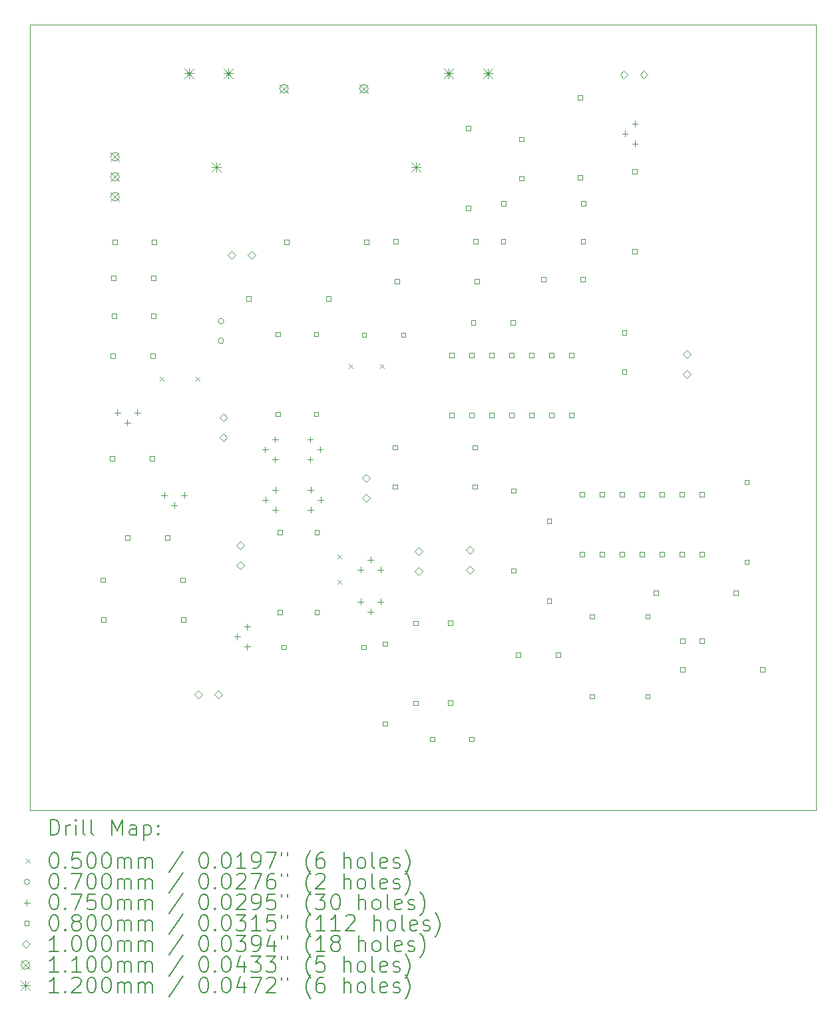
<source format=gbr>
%TF.GenerationSoftware,KiCad,Pcbnew,8.0.6*%
%TF.CreationDate,2024-10-22T22:59:00-03:00*%
%TF.ProjectId,check_point_1,63686563-6b5f-4706-9f69-6e745f312e6b,rev?*%
%TF.SameCoordinates,Original*%
%TF.FileFunction,Drillmap*%
%TF.FilePolarity,Positive*%
%FSLAX45Y45*%
G04 Gerber Fmt 4.5, Leading zero omitted, Abs format (unit mm)*
G04 Created by KiCad (PCBNEW 8.0.6) date 2024-10-22 22:59:00*
%MOMM*%
%LPD*%
G01*
G04 APERTURE LIST*
%ADD10C,0.050000*%
%ADD11C,0.200000*%
%ADD12C,0.100000*%
%ADD13C,0.110000*%
%ADD14C,0.120000*%
G04 APERTURE END LIST*
D10*
X2000000Y-5002000D02*
X12000000Y-5002000D01*
X12000000Y-15000000D01*
X2000000Y-15000000D01*
X2000000Y-5002000D01*
D11*
D12*
X3654000Y-9482000D02*
X3704000Y-9532000D01*
X3704000Y-9482000D02*
X3654000Y-9532000D01*
X4107000Y-9484000D02*
X4157000Y-9534000D01*
X4157000Y-9484000D02*
X4107000Y-9534000D01*
X5914000Y-11746000D02*
X5964000Y-11796000D01*
X5964000Y-11746000D02*
X5914000Y-11796000D01*
X5914000Y-12066000D02*
X5964000Y-12116000D01*
X5964000Y-12066000D02*
X5914000Y-12116000D01*
X6052000Y-9323000D02*
X6102000Y-9373000D01*
X6102000Y-9323000D02*
X6052000Y-9373000D01*
X6450000Y-9325000D02*
X6500000Y-9375000D01*
X6500000Y-9325000D02*
X6450000Y-9375000D01*
X4464000Y-8776000D02*
G75*
G02*
X4394000Y-8776000I-35000J0D01*
G01*
X4394000Y-8776000D02*
G75*
G02*
X4464000Y-8776000I35000J0D01*
G01*
X4464000Y-9026000D02*
G75*
G02*
X4394000Y-9026000I-35000J0D01*
G01*
X4394000Y-9026000D02*
G75*
G02*
X4464000Y-9026000I35000J0D01*
G01*
X3109000Y-9902500D02*
X3109000Y-9977500D01*
X3071500Y-9940000D02*
X3146500Y-9940000D01*
X3236000Y-10029500D02*
X3236000Y-10104500D01*
X3198500Y-10067000D02*
X3273500Y-10067000D01*
X3363000Y-9902500D02*
X3363000Y-9977500D01*
X3325500Y-9940000D02*
X3400500Y-9940000D01*
X3706000Y-10952500D02*
X3706000Y-11027500D01*
X3668500Y-10990000D02*
X3743500Y-10990000D01*
X3833000Y-11079500D02*
X3833000Y-11154500D01*
X3795500Y-11117000D02*
X3870500Y-11117000D01*
X3960000Y-10952500D02*
X3960000Y-11027500D01*
X3922500Y-10990000D02*
X3997500Y-10990000D01*
X4634000Y-12752500D02*
X4634000Y-12827500D01*
X4596500Y-12790000D02*
X4671500Y-12790000D01*
X4761000Y-12625500D02*
X4761000Y-12700500D01*
X4723500Y-12663000D02*
X4798500Y-12663000D01*
X4761000Y-12879500D02*
X4761000Y-12954500D01*
X4723500Y-12917000D02*
X4798500Y-12917000D01*
X4990000Y-10370500D02*
X4990000Y-10445500D01*
X4952500Y-10408000D02*
X5027500Y-10408000D01*
X4993000Y-11010500D02*
X4993000Y-11085500D01*
X4955500Y-11048000D02*
X5030500Y-11048000D01*
X5117000Y-10243500D02*
X5117000Y-10318500D01*
X5079500Y-10281000D02*
X5154500Y-10281000D01*
X5117000Y-10497500D02*
X5117000Y-10572500D01*
X5079500Y-10535000D02*
X5154500Y-10535000D01*
X5120000Y-10883500D02*
X5120000Y-10958500D01*
X5082500Y-10921000D02*
X5157500Y-10921000D01*
X5120000Y-11137500D02*
X5120000Y-11212500D01*
X5082500Y-11175000D02*
X5157500Y-11175000D01*
X5564000Y-10243500D02*
X5564000Y-10318500D01*
X5526500Y-10281000D02*
X5601500Y-10281000D01*
X5564000Y-10497500D02*
X5564000Y-10572500D01*
X5526500Y-10535000D02*
X5601500Y-10535000D01*
X5571000Y-10883500D02*
X5571000Y-10958500D01*
X5533500Y-10921000D02*
X5608500Y-10921000D01*
X5571000Y-11137500D02*
X5571000Y-11212500D01*
X5533500Y-11175000D02*
X5608500Y-11175000D01*
X5691000Y-10370500D02*
X5691000Y-10445500D01*
X5653500Y-10408000D02*
X5728500Y-10408000D01*
X5698000Y-11010500D02*
X5698000Y-11085500D01*
X5660500Y-11048000D02*
X5735500Y-11048000D01*
X6204000Y-11900000D02*
X6204000Y-11975000D01*
X6166500Y-11937500D02*
X6241500Y-11937500D01*
X6204000Y-12307000D02*
X6204000Y-12382000D01*
X6166500Y-12344500D02*
X6241500Y-12344500D01*
X6331000Y-11773000D02*
X6331000Y-11848000D01*
X6293500Y-11810500D02*
X6368500Y-11810500D01*
X6331000Y-12434000D02*
X6331000Y-12509000D01*
X6293500Y-12471500D02*
X6368500Y-12471500D01*
X6458000Y-11900000D02*
X6458000Y-11975000D01*
X6420500Y-11937500D02*
X6495500Y-11937500D01*
X6458000Y-12307000D02*
X6458000Y-12382000D01*
X6420500Y-12344500D02*
X6495500Y-12344500D01*
X9568000Y-6353500D02*
X9568000Y-6428500D01*
X9530500Y-6391000D02*
X9605500Y-6391000D01*
X9695000Y-6226500D02*
X9695000Y-6301500D01*
X9657500Y-6264000D02*
X9732500Y-6264000D01*
X9695000Y-6480500D02*
X9695000Y-6555500D01*
X9657500Y-6518000D02*
X9732500Y-6518000D01*
X2955284Y-12094284D02*
X2955284Y-12037715D01*
X2898715Y-12037715D01*
X2898715Y-12094284D01*
X2955284Y-12094284D01*
X2960284Y-12596284D02*
X2960284Y-12539715D01*
X2903715Y-12539715D01*
X2903715Y-12596284D01*
X2960284Y-12596284D01*
X3071784Y-10548285D02*
X3071784Y-10491716D01*
X3015215Y-10491716D01*
X3015215Y-10548285D01*
X3071784Y-10548285D01*
X3081784Y-9248285D02*
X3081784Y-9191716D01*
X3025215Y-9191716D01*
X3025215Y-9248285D01*
X3081784Y-9248285D01*
X3091784Y-8258284D02*
X3091784Y-8201715D01*
X3035215Y-8201715D01*
X3035215Y-8258284D01*
X3091784Y-8258284D01*
X3098284Y-8738285D02*
X3098284Y-8681716D01*
X3041715Y-8681716D01*
X3041715Y-8738285D01*
X3098284Y-8738285D01*
X3108284Y-7798284D02*
X3108284Y-7741715D01*
X3051715Y-7741715D01*
X3051715Y-7798284D01*
X3108284Y-7798284D01*
X3268284Y-11558284D02*
X3268284Y-11501715D01*
X3211715Y-11501715D01*
X3211715Y-11558284D01*
X3268284Y-11558284D01*
X3579784Y-10548285D02*
X3579784Y-10491716D01*
X3523215Y-10491716D01*
X3523215Y-10548285D01*
X3579784Y-10548285D01*
X3589784Y-9248285D02*
X3589784Y-9191716D01*
X3533215Y-9191716D01*
X3533215Y-9248285D01*
X3589784Y-9248285D01*
X3598284Y-8738285D02*
X3598284Y-8681716D01*
X3541715Y-8681716D01*
X3541715Y-8738285D01*
X3598284Y-8738285D01*
X3599784Y-8258284D02*
X3599784Y-8201715D01*
X3543215Y-8201715D01*
X3543215Y-8258284D01*
X3599784Y-8258284D01*
X3608284Y-7798284D02*
X3608284Y-7741715D01*
X3551715Y-7741715D01*
X3551715Y-7798284D01*
X3608284Y-7798284D01*
X3776284Y-11558284D02*
X3776284Y-11501715D01*
X3719715Y-11501715D01*
X3719715Y-11558284D01*
X3776284Y-11558284D01*
X3971284Y-12094284D02*
X3971284Y-12037715D01*
X3914715Y-12037715D01*
X3914715Y-12094284D01*
X3971284Y-12094284D01*
X3976284Y-12596284D02*
X3976284Y-12539715D01*
X3919715Y-12539715D01*
X3919715Y-12596284D01*
X3976284Y-12596284D01*
X4809285Y-8519285D02*
X4809285Y-8462716D01*
X4752716Y-8462716D01*
X4752716Y-8519285D01*
X4809285Y-8519285D01*
X5179285Y-8971285D02*
X5179285Y-8914716D01*
X5122716Y-8914716D01*
X5122716Y-8971285D01*
X5179285Y-8971285D01*
X5179285Y-9987285D02*
X5179285Y-9930716D01*
X5122716Y-9930716D01*
X5122716Y-9987285D01*
X5179285Y-9987285D01*
X5207285Y-11491284D02*
X5207285Y-11434715D01*
X5150716Y-11434715D01*
X5150716Y-11491284D01*
X5207285Y-11491284D01*
X5207285Y-12507284D02*
X5207285Y-12450715D01*
X5150716Y-12450715D01*
X5150716Y-12507284D01*
X5207285Y-12507284D01*
X5257285Y-12949284D02*
X5257285Y-12892715D01*
X5200716Y-12892715D01*
X5200716Y-12949284D01*
X5257285Y-12949284D01*
X5291285Y-7799284D02*
X5291285Y-7742715D01*
X5234716Y-7742715D01*
X5234716Y-7799284D01*
X5291285Y-7799284D01*
X5669284Y-8971285D02*
X5669284Y-8914716D01*
X5612715Y-8914716D01*
X5612715Y-8971285D01*
X5669284Y-8971285D01*
X5669284Y-9987285D02*
X5669284Y-9930716D01*
X5612715Y-9930716D01*
X5612715Y-9987285D01*
X5669284Y-9987285D01*
X5677284Y-11491284D02*
X5677284Y-11434715D01*
X5620715Y-11434715D01*
X5620715Y-11491284D01*
X5677284Y-11491284D01*
X5677284Y-12507284D02*
X5677284Y-12450715D01*
X5620715Y-12450715D01*
X5620715Y-12507284D01*
X5677284Y-12507284D01*
X5825284Y-8519285D02*
X5825284Y-8462716D01*
X5768715Y-8462716D01*
X5768715Y-8519285D01*
X5825284Y-8519285D01*
X6273284Y-12949284D02*
X6273284Y-12892715D01*
X6216715Y-12892715D01*
X6216715Y-12949284D01*
X6273284Y-12949284D01*
X6277284Y-8979285D02*
X6277284Y-8922716D01*
X6220715Y-8922716D01*
X6220715Y-8979285D01*
X6277284Y-8979285D01*
X6307284Y-7799284D02*
X6307284Y-7742715D01*
X6250715Y-7742715D01*
X6250715Y-7799284D01*
X6307284Y-7799284D01*
X6542284Y-12907284D02*
X6542284Y-12850715D01*
X6485715Y-12850715D01*
X6485715Y-12907284D01*
X6542284Y-12907284D01*
X6542284Y-13923284D02*
X6542284Y-13866715D01*
X6485715Y-13866715D01*
X6485715Y-13923284D01*
X6542284Y-13923284D01*
X6671284Y-10409285D02*
X6671284Y-10352716D01*
X6614715Y-10352716D01*
X6614715Y-10409285D01*
X6671284Y-10409285D01*
X6671284Y-10909285D02*
X6671284Y-10852716D01*
X6614715Y-10852716D01*
X6614715Y-10909285D01*
X6671284Y-10909285D01*
X6679284Y-7789284D02*
X6679284Y-7732715D01*
X6622715Y-7732715D01*
X6622715Y-7789284D01*
X6679284Y-7789284D01*
X6699284Y-8299284D02*
X6699284Y-8242715D01*
X6642715Y-8242715D01*
X6642715Y-8299284D01*
X6699284Y-8299284D01*
X6777284Y-8979285D02*
X6777284Y-8922716D01*
X6720715Y-8922716D01*
X6720715Y-8979285D01*
X6777284Y-8979285D01*
X6933284Y-12645284D02*
X6933284Y-12588715D01*
X6876715Y-12588715D01*
X6876715Y-12645284D01*
X6933284Y-12645284D01*
X6933284Y-13661284D02*
X6933284Y-13604715D01*
X6876715Y-13604715D01*
X6876715Y-13661284D01*
X6933284Y-13661284D01*
X7147284Y-14119284D02*
X7147284Y-14062715D01*
X7090715Y-14062715D01*
X7090715Y-14119284D01*
X7147284Y-14119284D01*
X7373284Y-12640284D02*
X7373284Y-12583715D01*
X7316715Y-12583715D01*
X7316715Y-12640284D01*
X7373284Y-12640284D01*
X7373284Y-13656284D02*
X7373284Y-13599715D01*
X7316715Y-13599715D01*
X7316715Y-13656284D01*
X7373284Y-13656284D01*
X7392284Y-9239285D02*
X7392284Y-9182716D01*
X7335715Y-9182716D01*
X7335715Y-9239285D01*
X7392284Y-9239285D01*
X7392284Y-10001285D02*
X7392284Y-9944716D01*
X7335715Y-9944716D01*
X7335715Y-10001285D01*
X7392284Y-10001285D01*
X7601284Y-6348284D02*
X7601284Y-6291715D01*
X7544715Y-6291715D01*
X7544715Y-6348284D01*
X7601284Y-6348284D01*
X7601284Y-7364284D02*
X7601284Y-7307715D01*
X7544715Y-7307715D01*
X7544715Y-7364284D01*
X7601284Y-7364284D01*
X7646284Y-9239285D02*
X7646284Y-9182716D01*
X7589715Y-9182716D01*
X7589715Y-9239285D01*
X7646284Y-9239285D01*
X7646284Y-10001285D02*
X7646284Y-9944716D01*
X7589715Y-9944716D01*
X7589715Y-10001285D01*
X7646284Y-10001285D01*
X7647284Y-14119284D02*
X7647284Y-14062715D01*
X7590715Y-14062715D01*
X7590715Y-14119284D01*
X7647284Y-14119284D01*
X7667284Y-8824285D02*
X7667284Y-8767716D01*
X7610715Y-8767716D01*
X7610715Y-8824285D01*
X7667284Y-8824285D01*
X7687284Y-10409285D02*
X7687284Y-10352716D01*
X7630715Y-10352716D01*
X7630715Y-10409285D01*
X7687284Y-10409285D01*
X7687284Y-10909285D02*
X7687284Y-10852716D01*
X7630715Y-10852716D01*
X7630715Y-10909285D01*
X7687284Y-10909285D01*
X7695284Y-7789284D02*
X7695284Y-7732715D01*
X7638715Y-7732715D01*
X7638715Y-7789284D01*
X7695284Y-7789284D01*
X7715284Y-8299284D02*
X7715284Y-8242715D01*
X7658715Y-8242715D01*
X7658715Y-8299284D01*
X7715284Y-8299284D01*
X7900284Y-9239285D02*
X7900284Y-9182716D01*
X7843715Y-9182716D01*
X7843715Y-9239285D01*
X7900284Y-9239285D01*
X7900284Y-10001285D02*
X7900284Y-9944716D01*
X7843715Y-9944716D01*
X7843715Y-10001285D01*
X7900284Y-10001285D01*
X8047284Y-7789284D02*
X8047284Y-7732715D01*
X7990715Y-7732715D01*
X7990715Y-7789284D01*
X8047284Y-7789284D01*
X8049284Y-7309284D02*
X8049284Y-7252715D01*
X7992715Y-7252715D01*
X7992715Y-7309284D01*
X8049284Y-7309284D01*
X8154284Y-9239285D02*
X8154284Y-9182716D01*
X8097715Y-9182716D01*
X8097715Y-9239285D01*
X8154284Y-9239285D01*
X8154284Y-10001285D02*
X8154284Y-9944716D01*
X8097715Y-9944716D01*
X8097715Y-10001285D01*
X8154284Y-10001285D01*
X8167284Y-8824285D02*
X8167284Y-8767716D01*
X8110715Y-8767716D01*
X8110715Y-8824285D01*
X8167284Y-8824285D01*
X8177284Y-10961285D02*
X8177284Y-10904716D01*
X8120715Y-10904716D01*
X8120715Y-10961285D01*
X8177284Y-10961285D01*
X8177284Y-11977284D02*
X8177284Y-11920715D01*
X8120715Y-11920715D01*
X8120715Y-11977284D01*
X8177284Y-11977284D01*
X8235784Y-13049284D02*
X8235784Y-12992715D01*
X8179215Y-12992715D01*
X8179215Y-13049284D01*
X8235784Y-13049284D01*
X8277284Y-6489284D02*
X8277284Y-6432715D01*
X8220715Y-6432715D01*
X8220715Y-6489284D01*
X8277284Y-6489284D01*
X8277284Y-6989284D02*
X8277284Y-6932715D01*
X8220715Y-6932715D01*
X8220715Y-6989284D01*
X8277284Y-6989284D01*
X8408285Y-9239285D02*
X8408285Y-9182716D01*
X8351715Y-9182716D01*
X8351715Y-9239285D01*
X8408285Y-9239285D01*
X8408285Y-10001285D02*
X8408285Y-9944716D01*
X8351715Y-9944716D01*
X8351715Y-10001285D01*
X8408285Y-10001285D01*
X8559285Y-8271284D02*
X8559285Y-8214715D01*
X8502716Y-8214715D01*
X8502716Y-8271284D01*
X8559285Y-8271284D01*
X8630285Y-11346284D02*
X8630285Y-11289715D01*
X8573716Y-11289715D01*
X8573716Y-11346284D01*
X8630285Y-11346284D01*
X8630285Y-12362284D02*
X8630285Y-12305715D01*
X8573716Y-12305715D01*
X8573716Y-12362284D01*
X8630285Y-12362284D01*
X8662285Y-9239285D02*
X8662285Y-9182716D01*
X8605716Y-9182716D01*
X8605716Y-9239285D01*
X8662285Y-9239285D01*
X8662285Y-10001285D02*
X8662285Y-9944716D01*
X8605716Y-9944716D01*
X8605716Y-10001285D01*
X8662285Y-10001285D01*
X8743785Y-13049284D02*
X8743785Y-12992715D01*
X8687216Y-12992715D01*
X8687216Y-13049284D01*
X8743785Y-13049284D01*
X8916285Y-9239285D02*
X8916285Y-9182716D01*
X8859716Y-9182716D01*
X8859716Y-9239285D01*
X8916285Y-9239285D01*
X8916285Y-10001285D02*
X8916285Y-9944716D01*
X8859716Y-9944716D01*
X8859716Y-10001285D01*
X8916285Y-10001285D01*
X9027285Y-5961284D02*
X9027285Y-5904715D01*
X8970716Y-5904715D01*
X8970716Y-5961284D01*
X9027285Y-5961284D01*
X9027285Y-6977284D02*
X9027285Y-6920715D01*
X8970716Y-6920715D01*
X8970716Y-6977284D01*
X9027285Y-6977284D01*
X9050285Y-11006285D02*
X9050285Y-10949716D01*
X8993716Y-10949716D01*
X8993716Y-11006285D01*
X9050285Y-11006285D01*
X9050285Y-11768284D02*
X9050285Y-11711715D01*
X8993716Y-11711715D01*
X8993716Y-11768284D01*
X9050285Y-11768284D01*
X9059285Y-8271284D02*
X9059285Y-8214715D01*
X9002716Y-8214715D01*
X9002716Y-8271284D01*
X9059285Y-8271284D01*
X9063285Y-7789284D02*
X9063285Y-7732715D01*
X9006716Y-7732715D01*
X9006716Y-7789284D01*
X9063285Y-7789284D01*
X9065285Y-7309284D02*
X9065285Y-7252715D01*
X9008716Y-7252715D01*
X9008716Y-7309284D01*
X9065285Y-7309284D01*
X9177285Y-12561284D02*
X9177285Y-12504715D01*
X9120716Y-12504715D01*
X9120716Y-12561284D01*
X9177285Y-12561284D01*
X9177285Y-13577284D02*
X9177285Y-13520715D01*
X9120716Y-13520715D01*
X9120716Y-13577284D01*
X9177285Y-13577284D01*
X9304285Y-11006285D02*
X9304285Y-10949716D01*
X9247716Y-10949716D01*
X9247716Y-11006285D01*
X9304285Y-11006285D01*
X9304285Y-11768284D02*
X9304285Y-11711715D01*
X9247716Y-11711715D01*
X9247716Y-11768284D01*
X9304285Y-11768284D01*
X9558285Y-11006285D02*
X9558285Y-10949716D01*
X9501716Y-10949716D01*
X9501716Y-11006285D01*
X9558285Y-11006285D01*
X9558285Y-11768284D02*
X9558285Y-11711715D01*
X9501716Y-11711715D01*
X9501716Y-11768284D01*
X9558285Y-11768284D01*
X9587285Y-8949285D02*
X9587285Y-8892716D01*
X9530716Y-8892716D01*
X9530716Y-8949285D01*
X9587285Y-8949285D01*
X9587285Y-9449285D02*
X9587285Y-9392716D01*
X9530716Y-9392716D01*
X9530716Y-9449285D01*
X9587285Y-9449285D01*
X9717285Y-6901284D02*
X9717285Y-6844715D01*
X9660716Y-6844715D01*
X9660716Y-6901284D01*
X9717285Y-6901284D01*
X9717285Y-7917284D02*
X9717285Y-7860715D01*
X9660716Y-7860715D01*
X9660716Y-7917284D01*
X9717285Y-7917284D01*
X9812285Y-11006285D02*
X9812285Y-10949716D01*
X9755716Y-10949716D01*
X9755716Y-11006285D01*
X9812285Y-11006285D01*
X9812285Y-11768284D02*
X9812285Y-11711715D01*
X9755716Y-11711715D01*
X9755716Y-11768284D01*
X9812285Y-11768284D01*
X9883285Y-12560284D02*
X9883285Y-12503715D01*
X9826716Y-12503715D01*
X9826716Y-12560284D01*
X9883285Y-12560284D01*
X9883285Y-13576284D02*
X9883285Y-13519715D01*
X9826716Y-13519715D01*
X9826716Y-13576284D01*
X9883285Y-13576284D01*
X9989285Y-12259284D02*
X9989285Y-12202715D01*
X9932716Y-12202715D01*
X9932716Y-12259284D01*
X9989285Y-12259284D01*
X10066285Y-11006285D02*
X10066285Y-10949716D01*
X10009716Y-10949716D01*
X10009716Y-11006285D01*
X10066285Y-11006285D01*
X10066285Y-11768284D02*
X10066285Y-11711715D01*
X10009716Y-11711715D01*
X10009716Y-11768284D01*
X10066285Y-11768284D01*
X10320285Y-11006285D02*
X10320285Y-10949716D01*
X10263716Y-10949716D01*
X10263716Y-11006285D01*
X10320285Y-11006285D01*
X10320285Y-11768284D02*
X10320285Y-11711715D01*
X10263716Y-11711715D01*
X10263716Y-11768284D01*
X10320285Y-11768284D01*
X10327285Y-12869284D02*
X10327285Y-12812715D01*
X10270716Y-12812715D01*
X10270716Y-12869284D01*
X10327285Y-12869284D01*
X10327285Y-13234284D02*
X10327285Y-13177715D01*
X10270716Y-13177715D01*
X10270716Y-13234284D01*
X10327285Y-13234284D01*
X10574285Y-11006285D02*
X10574285Y-10949716D01*
X10517716Y-10949716D01*
X10517716Y-11006285D01*
X10574285Y-11006285D01*
X10574285Y-11768284D02*
X10574285Y-11711715D01*
X10517716Y-11711715D01*
X10517716Y-11768284D01*
X10574285Y-11768284D01*
X10577285Y-12869284D02*
X10577285Y-12812715D01*
X10520716Y-12812715D01*
X10520716Y-12869284D01*
X10577285Y-12869284D01*
X11005285Y-12259284D02*
X11005285Y-12202715D01*
X10948716Y-12202715D01*
X10948716Y-12259284D01*
X11005285Y-12259284D01*
X11147285Y-10851285D02*
X11147285Y-10794716D01*
X11090716Y-10794716D01*
X11090716Y-10851285D01*
X11147285Y-10851285D01*
X11147285Y-11867284D02*
X11147285Y-11810715D01*
X11090716Y-11810715D01*
X11090716Y-11867284D01*
X11147285Y-11867284D01*
X11343284Y-13234284D02*
X11343284Y-13177715D01*
X11286715Y-13177715D01*
X11286715Y-13234284D01*
X11343284Y-13234284D01*
X4139000Y-13571000D02*
X4189000Y-13521000D01*
X4139000Y-13471000D01*
X4089000Y-13521000D01*
X4139000Y-13571000D01*
X4393000Y-13571000D02*
X4443000Y-13521000D01*
X4393000Y-13471000D01*
X4343000Y-13521000D01*
X4393000Y-13571000D01*
X4459000Y-10051000D02*
X4509000Y-10001000D01*
X4459000Y-9951000D01*
X4409000Y-10001000D01*
X4459000Y-10051000D01*
X4459000Y-10305000D02*
X4509000Y-10255000D01*
X4459000Y-10205000D01*
X4409000Y-10255000D01*
X4459000Y-10305000D01*
X4562000Y-7984000D02*
X4612000Y-7934000D01*
X4562000Y-7884000D01*
X4512000Y-7934000D01*
X4562000Y-7984000D01*
X4673000Y-11678000D02*
X4723000Y-11628000D01*
X4673000Y-11578000D01*
X4623000Y-11628000D01*
X4673000Y-11678000D01*
X4673000Y-11932000D02*
X4723000Y-11882000D01*
X4673000Y-11832000D01*
X4623000Y-11882000D01*
X4673000Y-11932000D01*
X4816000Y-7984000D02*
X4866000Y-7934000D01*
X4816000Y-7884000D01*
X4766000Y-7934000D01*
X4816000Y-7984000D01*
X6273000Y-10824000D02*
X6323000Y-10774000D01*
X6273000Y-10724000D01*
X6223000Y-10774000D01*
X6273000Y-10824000D01*
X6273000Y-11078000D02*
X6323000Y-11028000D01*
X6273000Y-10978000D01*
X6223000Y-11028000D01*
X6273000Y-11078000D01*
X6941000Y-11751000D02*
X6991000Y-11701000D01*
X6941000Y-11651000D01*
X6891000Y-11701000D01*
X6941000Y-11751000D01*
X6941000Y-12005000D02*
X6991000Y-11955000D01*
X6941000Y-11905000D01*
X6891000Y-11955000D01*
X6941000Y-12005000D01*
X7599000Y-11737000D02*
X7649000Y-11687000D01*
X7599000Y-11637000D01*
X7549000Y-11687000D01*
X7599000Y-11737000D01*
X7599000Y-11991000D02*
X7649000Y-11941000D01*
X7599000Y-11891000D01*
X7549000Y-11941000D01*
X7599000Y-11991000D01*
X9555000Y-5691000D02*
X9605000Y-5641000D01*
X9555000Y-5591000D01*
X9505000Y-5641000D01*
X9555000Y-5691000D01*
X9809000Y-5691000D02*
X9859000Y-5641000D01*
X9809000Y-5591000D01*
X9759000Y-5641000D01*
X9809000Y-5691000D01*
X10358000Y-9247000D02*
X10408000Y-9197000D01*
X10358000Y-9147000D01*
X10308000Y-9197000D01*
X10358000Y-9247000D01*
X10358000Y-9501000D02*
X10408000Y-9451000D01*
X10358000Y-9401000D01*
X10308000Y-9451000D01*
X10358000Y-9501000D01*
D13*
X3025000Y-6631000D02*
X3135000Y-6741000D01*
X3135000Y-6631000D02*
X3025000Y-6741000D01*
X3135000Y-6686000D02*
G75*
G02*
X3025000Y-6686000I-55000J0D01*
G01*
X3025000Y-6686000D02*
G75*
G02*
X3135000Y-6686000I55000J0D01*
G01*
X3025000Y-6885000D02*
X3135000Y-6995000D01*
X3135000Y-6885000D02*
X3025000Y-6995000D01*
X3135000Y-6940000D02*
G75*
G02*
X3025000Y-6940000I-55000J0D01*
G01*
X3025000Y-6940000D02*
G75*
G02*
X3135000Y-6940000I55000J0D01*
G01*
X3025000Y-7139000D02*
X3135000Y-7249000D01*
X3135000Y-7139000D02*
X3025000Y-7249000D01*
X3135000Y-7194000D02*
G75*
G02*
X3025000Y-7194000I-55000J0D01*
G01*
X3025000Y-7194000D02*
G75*
G02*
X3135000Y-7194000I55000J0D01*
G01*
X5176000Y-5766000D02*
X5286000Y-5876000D01*
X5286000Y-5766000D02*
X5176000Y-5876000D01*
X5286000Y-5821000D02*
G75*
G02*
X5176000Y-5821000I-55000J0D01*
G01*
X5176000Y-5821000D02*
G75*
G02*
X5286000Y-5821000I55000J0D01*
G01*
X6192000Y-5766000D02*
X6302000Y-5876000D01*
X6302000Y-5766000D02*
X6192000Y-5876000D01*
X6302000Y-5821000D02*
G75*
G02*
X6192000Y-5821000I-55000J0D01*
G01*
X6192000Y-5821000D02*
G75*
G02*
X6302000Y-5821000I55000J0D01*
G01*
D14*
X3963000Y-5568000D02*
X4083000Y-5688000D01*
X4083000Y-5568000D02*
X3963000Y-5688000D01*
X4023000Y-5568000D02*
X4023000Y-5688000D01*
X3963000Y-5628000D02*
X4083000Y-5628000D01*
X4309000Y-6761000D02*
X4429000Y-6881000D01*
X4429000Y-6761000D02*
X4309000Y-6881000D01*
X4369000Y-6761000D02*
X4369000Y-6881000D01*
X4309000Y-6821000D02*
X4429000Y-6821000D01*
X4463000Y-5568000D02*
X4583000Y-5688000D01*
X4583000Y-5568000D02*
X4463000Y-5688000D01*
X4523000Y-5568000D02*
X4523000Y-5688000D01*
X4463000Y-5628000D02*
X4583000Y-5628000D01*
X6849000Y-6761000D02*
X6969000Y-6881000D01*
X6969000Y-6761000D02*
X6849000Y-6881000D01*
X6909000Y-6761000D02*
X6909000Y-6881000D01*
X6849000Y-6821000D02*
X6969000Y-6821000D01*
X7263000Y-5568000D02*
X7383000Y-5688000D01*
X7383000Y-5568000D02*
X7263000Y-5688000D01*
X7323000Y-5568000D02*
X7323000Y-5688000D01*
X7263000Y-5628000D02*
X7383000Y-5628000D01*
X7763000Y-5568000D02*
X7883000Y-5688000D01*
X7883000Y-5568000D02*
X7763000Y-5688000D01*
X7823000Y-5568000D02*
X7823000Y-5688000D01*
X7763000Y-5628000D02*
X7883000Y-5628000D01*
D11*
X2258277Y-15313984D02*
X2258277Y-15113984D01*
X2258277Y-15113984D02*
X2305896Y-15113984D01*
X2305896Y-15113984D02*
X2334467Y-15123508D01*
X2334467Y-15123508D02*
X2353515Y-15142555D01*
X2353515Y-15142555D02*
X2363039Y-15161603D01*
X2363039Y-15161603D02*
X2372563Y-15199698D01*
X2372563Y-15199698D02*
X2372563Y-15228269D01*
X2372563Y-15228269D02*
X2363039Y-15266365D01*
X2363039Y-15266365D02*
X2353515Y-15285412D01*
X2353515Y-15285412D02*
X2334467Y-15304460D01*
X2334467Y-15304460D02*
X2305896Y-15313984D01*
X2305896Y-15313984D02*
X2258277Y-15313984D01*
X2458277Y-15313984D02*
X2458277Y-15180650D01*
X2458277Y-15218746D02*
X2467801Y-15199698D01*
X2467801Y-15199698D02*
X2477324Y-15190174D01*
X2477324Y-15190174D02*
X2496372Y-15180650D01*
X2496372Y-15180650D02*
X2515420Y-15180650D01*
X2582086Y-15313984D02*
X2582086Y-15180650D01*
X2582086Y-15113984D02*
X2572563Y-15123508D01*
X2572563Y-15123508D02*
X2582086Y-15133031D01*
X2582086Y-15133031D02*
X2591610Y-15123508D01*
X2591610Y-15123508D02*
X2582086Y-15113984D01*
X2582086Y-15113984D02*
X2582086Y-15133031D01*
X2705896Y-15313984D02*
X2686848Y-15304460D01*
X2686848Y-15304460D02*
X2677324Y-15285412D01*
X2677324Y-15285412D02*
X2677324Y-15113984D01*
X2810658Y-15313984D02*
X2791610Y-15304460D01*
X2791610Y-15304460D02*
X2782086Y-15285412D01*
X2782086Y-15285412D02*
X2782086Y-15113984D01*
X3039229Y-15313984D02*
X3039229Y-15113984D01*
X3039229Y-15113984D02*
X3105896Y-15256841D01*
X3105896Y-15256841D02*
X3172562Y-15113984D01*
X3172562Y-15113984D02*
X3172562Y-15313984D01*
X3353515Y-15313984D02*
X3353515Y-15209222D01*
X3353515Y-15209222D02*
X3343991Y-15190174D01*
X3343991Y-15190174D02*
X3324943Y-15180650D01*
X3324943Y-15180650D02*
X3286848Y-15180650D01*
X3286848Y-15180650D02*
X3267801Y-15190174D01*
X3353515Y-15304460D02*
X3334467Y-15313984D01*
X3334467Y-15313984D02*
X3286848Y-15313984D01*
X3286848Y-15313984D02*
X3267801Y-15304460D01*
X3267801Y-15304460D02*
X3258277Y-15285412D01*
X3258277Y-15285412D02*
X3258277Y-15266365D01*
X3258277Y-15266365D02*
X3267801Y-15247317D01*
X3267801Y-15247317D02*
X3286848Y-15237793D01*
X3286848Y-15237793D02*
X3334467Y-15237793D01*
X3334467Y-15237793D02*
X3353515Y-15228269D01*
X3448753Y-15180650D02*
X3448753Y-15380650D01*
X3448753Y-15190174D02*
X3467801Y-15180650D01*
X3467801Y-15180650D02*
X3505896Y-15180650D01*
X3505896Y-15180650D02*
X3524943Y-15190174D01*
X3524943Y-15190174D02*
X3534467Y-15199698D01*
X3534467Y-15199698D02*
X3543991Y-15218746D01*
X3543991Y-15218746D02*
X3543991Y-15275888D01*
X3543991Y-15275888D02*
X3534467Y-15294936D01*
X3534467Y-15294936D02*
X3524943Y-15304460D01*
X3524943Y-15304460D02*
X3505896Y-15313984D01*
X3505896Y-15313984D02*
X3467801Y-15313984D01*
X3467801Y-15313984D02*
X3448753Y-15304460D01*
X3629705Y-15294936D02*
X3639229Y-15304460D01*
X3639229Y-15304460D02*
X3629705Y-15313984D01*
X3629705Y-15313984D02*
X3620182Y-15304460D01*
X3620182Y-15304460D02*
X3629705Y-15294936D01*
X3629705Y-15294936D02*
X3629705Y-15313984D01*
X3629705Y-15190174D02*
X3639229Y-15199698D01*
X3639229Y-15199698D02*
X3629705Y-15209222D01*
X3629705Y-15209222D02*
X3620182Y-15199698D01*
X3620182Y-15199698D02*
X3629705Y-15190174D01*
X3629705Y-15190174D02*
X3629705Y-15209222D01*
D12*
X1947500Y-15617500D02*
X1997500Y-15667500D01*
X1997500Y-15617500D02*
X1947500Y-15667500D01*
D11*
X2296372Y-15533984D02*
X2315420Y-15533984D01*
X2315420Y-15533984D02*
X2334467Y-15543508D01*
X2334467Y-15543508D02*
X2343991Y-15553031D01*
X2343991Y-15553031D02*
X2353515Y-15572079D01*
X2353515Y-15572079D02*
X2363039Y-15610174D01*
X2363039Y-15610174D02*
X2363039Y-15657793D01*
X2363039Y-15657793D02*
X2353515Y-15695888D01*
X2353515Y-15695888D02*
X2343991Y-15714936D01*
X2343991Y-15714936D02*
X2334467Y-15724460D01*
X2334467Y-15724460D02*
X2315420Y-15733984D01*
X2315420Y-15733984D02*
X2296372Y-15733984D01*
X2296372Y-15733984D02*
X2277324Y-15724460D01*
X2277324Y-15724460D02*
X2267801Y-15714936D01*
X2267801Y-15714936D02*
X2258277Y-15695888D01*
X2258277Y-15695888D02*
X2248753Y-15657793D01*
X2248753Y-15657793D02*
X2248753Y-15610174D01*
X2248753Y-15610174D02*
X2258277Y-15572079D01*
X2258277Y-15572079D02*
X2267801Y-15553031D01*
X2267801Y-15553031D02*
X2277324Y-15543508D01*
X2277324Y-15543508D02*
X2296372Y-15533984D01*
X2448753Y-15714936D02*
X2458277Y-15724460D01*
X2458277Y-15724460D02*
X2448753Y-15733984D01*
X2448753Y-15733984D02*
X2439229Y-15724460D01*
X2439229Y-15724460D02*
X2448753Y-15714936D01*
X2448753Y-15714936D02*
X2448753Y-15733984D01*
X2639229Y-15533984D02*
X2543991Y-15533984D01*
X2543991Y-15533984D02*
X2534467Y-15629222D01*
X2534467Y-15629222D02*
X2543991Y-15619698D01*
X2543991Y-15619698D02*
X2563039Y-15610174D01*
X2563039Y-15610174D02*
X2610658Y-15610174D01*
X2610658Y-15610174D02*
X2629705Y-15619698D01*
X2629705Y-15619698D02*
X2639229Y-15629222D01*
X2639229Y-15629222D02*
X2648753Y-15648269D01*
X2648753Y-15648269D02*
X2648753Y-15695888D01*
X2648753Y-15695888D02*
X2639229Y-15714936D01*
X2639229Y-15714936D02*
X2629705Y-15724460D01*
X2629705Y-15724460D02*
X2610658Y-15733984D01*
X2610658Y-15733984D02*
X2563039Y-15733984D01*
X2563039Y-15733984D02*
X2543991Y-15724460D01*
X2543991Y-15724460D02*
X2534467Y-15714936D01*
X2772563Y-15533984D02*
X2791610Y-15533984D01*
X2791610Y-15533984D02*
X2810658Y-15543508D01*
X2810658Y-15543508D02*
X2820182Y-15553031D01*
X2820182Y-15553031D02*
X2829705Y-15572079D01*
X2829705Y-15572079D02*
X2839229Y-15610174D01*
X2839229Y-15610174D02*
X2839229Y-15657793D01*
X2839229Y-15657793D02*
X2829705Y-15695888D01*
X2829705Y-15695888D02*
X2820182Y-15714936D01*
X2820182Y-15714936D02*
X2810658Y-15724460D01*
X2810658Y-15724460D02*
X2791610Y-15733984D01*
X2791610Y-15733984D02*
X2772563Y-15733984D01*
X2772563Y-15733984D02*
X2753515Y-15724460D01*
X2753515Y-15724460D02*
X2743991Y-15714936D01*
X2743991Y-15714936D02*
X2734467Y-15695888D01*
X2734467Y-15695888D02*
X2724944Y-15657793D01*
X2724944Y-15657793D02*
X2724944Y-15610174D01*
X2724944Y-15610174D02*
X2734467Y-15572079D01*
X2734467Y-15572079D02*
X2743991Y-15553031D01*
X2743991Y-15553031D02*
X2753515Y-15543508D01*
X2753515Y-15543508D02*
X2772563Y-15533984D01*
X2963039Y-15533984D02*
X2982086Y-15533984D01*
X2982086Y-15533984D02*
X3001134Y-15543508D01*
X3001134Y-15543508D02*
X3010658Y-15553031D01*
X3010658Y-15553031D02*
X3020182Y-15572079D01*
X3020182Y-15572079D02*
X3029705Y-15610174D01*
X3029705Y-15610174D02*
X3029705Y-15657793D01*
X3029705Y-15657793D02*
X3020182Y-15695888D01*
X3020182Y-15695888D02*
X3010658Y-15714936D01*
X3010658Y-15714936D02*
X3001134Y-15724460D01*
X3001134Y-15724460D02*
X2982086Y-15733984D01*
X2982086Y-15733984D02*
X2963039Y-15733984D01*
X2963039Y-15733984D02*
X2943991Y-15724460D01*
X2943991Y-15724460D02*
X2934467Y-15714936D01*
X2934467Y-15714936D02*
X2924943Y-15695888D01*
X2924943Y-15695888D02*
X2915420Y-15657793D01*
X2915420Y-15657793D02*
X2915420Y-15610174D01*
X2915420Y-15610174D02*
X2924943Y-15572079D01*
X2924943Y-15572079D02*
X2934467Y-15553031D01*
X2934467Y-15553031D02*
X2943991Y-15543508D01*
X2943991Y-15543508D02*
X2963039Y-15533984D01*
X3115420Y-15733984D02*
X3115420Y-15600650D01*
X3115420Y-15619698D02*
X3124943Y-15610174D01*
X3124943Y-15610174D02*
X3143991Y-15600650D01*
X3143991Y-15600650D02*
X3172563Y-15600650D01*
X3172563Y-15600650D02*
X3191610Y-15610174D01*
X3191610Y-15610174D02*
X3201134Y-15629222D01*
X3201134Y-15629222D02*
X3201134Y-15733984D01*
X3201134Y-15629222D02*
X3210658Y-15610174D01*
X3210658Y-15610174D02*
X3229705Y-15600650D01*
X3229705Y-15600650D02*
X3258277Y-15600650D01*
X3258277Y-15600650D02*
X3277324Y-15610174D01*
X3277324Y-15610174D02*
X3286848Y-15629222D01*
X3286848Y-15629222D02*
X3286848Y-15733984D01*
X3382086Y-15733984D02*
X3382086Y-15600650D01*
X3382086Y-15619698D02*
X3391610Y-15610174D01*
X3391610Y-15610174D02*
X3410658Y-15600650D01*
X3410658Y-15600650D02*
X3439229Y-15600650D01*
X3439229Y-15600650D02*
X3458277Y-15610174D01*
X3458277Y-15610174D02*
X3467801Y-15629222D01*
X3467801Y-15629222D02*
X3467801Y-15733984D01*
X3467801Y-15629222D02*
X3477324Y-15610174D01*
X3477324Y-15610174D02*
X3496372Y-15600650D01*
X3496372Y-15600650D02*
X3524943Y-15600650D01*
X3524943Y-15600650D02*
X3543991Y-15610174D01*
X3543991Y-15610174D02*
X3553515Y-15629222D01*
X3553515Y-15629222D02*
X3553515Y-15733984D01*
X3943991Y-15524460D02*
X3772563Y-15781603D01*
X4201134Y-15533984D02*
X4220182Y-15533984D01*
X4220182Y-15533984D02*
X4239229Y-15543508D01*
X4239229Y-15543508D02*
X4248753Y-15553031D01*
X4248753Y-15553031D02*
X4258277Y-15572079D01*
X4258277Y-15572079D02*
X4267801Y-15610174D01*
X4267801Y-15610174D02*
X4267801Y-15657793D01*
X4267801Y-15657793D02*
X4258277Y-15695888D01*
X4258277Y-15695888D02*
X4248753Y-15714936D01*
X4248753Y-15714936D02*
X4239229Y-15724460D01*
X4239229Y-15724460D02*
X4220182Y-15733984D01*
X4220182Y-15733984D02*
X4201134Y-15733984D01*
X4201134Y-15733984D02*
X4182086Y-15724460D01*
X4182086Y-15724460D02*
X4172563Y-15714936D01*
X4172563Y-15714936D02*
X4163039Y-15695888D01*
X4163039Y-15695888D02*
X4153515Y-15657793D01*
X4153515Y-15657793D02*
X4153515Y-15610174D01*
X4153515Y-15610174D02*
X4163039Y-15572079D01*
X4163039Y-15572079D02*
X4172563Y-15553031D01*
X4172563Y-15553031D02*
X4182086Y-15543508D01*
X4182086Y-15543508D02*
X4201134Y-15533984D01*
X4353515Y-15714936D02*
X4363039Y-15724460D01*
X4363039Y-15724460D02*
X4353515Y-15733984D01*
X4353515Y-15733984D02*
X4343991Y-15724460D01*
X4343991Y-15724460D02*
X4353515Y-15714936D01*
X4353515Y-15714936D02*
X4353515Y-15733984D01*
X4486848Y-15533984D02*
X4505896Y-15533984D01*
X4505896Y-15533984D02*
X4524944Y-15543508D01*
X4524944Y-15543508D02*
X4534468Y-15553031D01*
X4534468Y-15553031D02*
X4543991Y-15572079D01*
X4543991Y-15572079D02*
X4553515Y-15610174D01*
X4553515Y-15610174D02*
X4553515Y-15657793D01*
X4553515Y-15657793D02*
X4543991Y-15695888D01*
X4543991Y-15695888D02*
X4534468Y-15714936D01*
X4534468Y-15714936D02*
X4524944Y-15724460D01*
X4524944Y-15724460D02*
X4505896Y-15733984D01*
X4505896Y-15733984D02*
X4486848Y-15733984D01*
X4486848Y-15733984D02*
X4467801Y-15724460D01*
X4467801Y-15724460D02*
X4458277Y-15714936D01*
X4458277Y-15714936D02*
X4448753Y-15695888D01*
X4448753Y-15695888D02*
X4439229Y-15657793D01*
X4439229Y-15657793D02*
X4439229Y-15610174D01*
X4439229Y-15610174D02*
X4448753Y-15572079D01*
X4448753Y-15572079D02*
X4458277Y-15553031D01*
X4458277Y-15553031D02*
X4467801Y-15543508D01*
X4467801Y-15543508D02*
X4486848Y-15533984D01*
X4743991Y-15733984D02*
X4629706Y-15733984D01*
X4686848Y-15733984D02*
X4686848Y-15533984D01*
X4686848Y-15533984D02*
X4667801Y-15562555D01*
X4667801Y-15562555D02*
X4648753Y-15581603D01*
X4648753Y-15581603D02*
X4629706Y-15591127D01*
X4839229Y-15733984D02*
X4877325Y-15733984D01*
X4877325Y-15733984D02*
X4896372Y-15724460D01*
X4896372Y-15724460D02*
X4905896Y-15714936D01*
X4905896Y-15714936D02*
X4924944Y-15686365D01*
X4924944Y-15686365D02*
X4934468Y-15648269D01*
X4934468Y-15648269D02*
X4934468Y-15572079D01*
X4934468Y-15572079D02*
X4924944Y-15553031D01*
X4924944Y-15553031D02*
X4915420Y-15543508D01*
X4915420Y-15543508D02*
X4896372Y-15533984D01*
X4896372Y-15533984D02*
X4858277Y-15533984D01*
X4858277Y-15533984D02*
X4839229Y-15543508D01*
X4839229Y-15543508D02*
X4829706Y-15553031D01*
X4829706Y-15553031D02*
X4820182Y-15572079D01*
X4820182Y-15572079D02*
X4820182Y-15619698D01*
X4820182Y-15619698D02*
X4829706Y-15638746D01*
X4829706Y-15638746D02*
X4839229Y-15648269D01*
X4839229Y-15648269D02*
X4858277Y-15657793D01*
X4858277Y-15657793D02*
X4896372Y-15657793D01*
X4896372Y-15657793D02*
X4915420Y-15648269D01*
X4915420Y-15648269D02*
X4924944Y-15638746D01*
X4924944Y-15638746D02*
X4934468Y-15619698D01*
X5001134Y-15533984D02*
X5134468Y-15533984D01*
X5134468Y-15533984D02*
X5048753Y-15733984D01*
X5201134Y-15533984D02*
X5201134Y-15572079D01*
X5277325Y-15533984D02*
X5277325Y-15572079D01*
X5572563Y-15810174D02*
X5563039Y-15800650D01*
X5563039Y-15800650D02*
X5543991Y-15772079D01*
X5543991Y-15772079D02*
X5534468Y-15753031D01*
X5534468Y-15753031D02*
X5524944Y-15724460D01*
X5524944Y-15724460D02*
X5515420Y-15676841D01*
X5515420Y-15676841D02*
X5515420Y-15638746D01*
X5515420Y-15638746D02*
X5524944Y-15591127D01*
X5524944Y-15591127D02*
X5534468Y-15562555D01*
X5534468Y-15562555D02*
X5543991Y-15543508D01*
X5543991Y-15543508D02*
X5563039Y-15514936D01*
X5563039Y-15514936D02*
X5572563Y-15505412D01*
X5734468Y-15533984D02*
X5696372Y-15533984D01*
X5696372Y-15533984D02*
X5677325Y-15543508D01*
X5677325Y-15543508D02*
X5667801Y-15553031D01*
X5667801Y-15553031D02*
X5648753Y-15581603D01*
X5648753Y-15581603D02*
X5639229Y-15619698D01*
X5639229Y-15619698D02*
X5639229Y-15695888D01*
X5639229Y-15695888D02*
X5648753Y-15714936D01*
X5648753Y-15714936D02*
X5658277Y-15724460D01*
X5658277Y-15724460D02*
X5677325Y-15733984D01*
X5677325Y-15733984D02*
X5715420Y-15733984D01*
X5715420Y-15733984D02*
X5734468Y-15724460D01*
X5734468Y-15724460D02*
X5743991Y-15714936D01*
X5743991Y-15714936D02*
X5753515Y-15695888D01*
X5753515Y-15695888D02*
X5753515Y-15648269D01*
X5753515Y-15648269D02*
X5743991Y-15629222D01*
X5743991Y-15629222D02*
X5734468Y-15619698D01*
X5734468Y-15619698D02*
X5715420Y-15610174D01*
X5715420Y-15610174D02*
X5677325Y-15610174D01*
X5677325Y-15610174D02*
X5658277Y-15619698D01*
X5658277Y-15619698D02*
X5648753Y-15629222D01*
X5648753Y-15629222D02*
X5639229Y-15648269D01*
X5991610Y-15733984D02*
X5991610Y-15533984D01*
X6077325Y-15733984D02*
X6077325Y-15629222D01*
X6077325Y-15629222D02*
X6067801Y-15610174D01*
X6067801Y-15610174D02*
X6048753Y-15600650D01*
X6048753Y-15600650D02*
X6020182Y-15600650D01*
X6020182Y-15600650D02*
X6001134Y-15610174D01*
X6001134Y-15610174D02*
X5991610Y-15619698D01*
X6201134Y-15733984D02*
X6182087Y-15724460D01*
X6182087Y-15724460D02*
X6172563Y-15714936D01*
X6172563Y-15714936D02*
X6163039Y-15695888D01*
X6163039Y-15695888D02*
X6163039Y-15638746D01*
X6163039Y-15638746D02*
X6172563Y-15619698D01*
X6172563Y-15619698D02*
X6182087Y-15610174D01*
X6182087Y-15610174D02*
X6201134Y-15600650D01*
X6201134Y-15600650D02*
X6229706Y-15600650D01*
X6229706Y-15600650D02*
X6248753Y-15610174D01*
X6248753Y-15610174D02*
X6258277Y-15619698D01*
X6258277Y-15619698D02*
X6267801Y-15638746D01*
X6267801Y-15638746D02*
X6267801Y-15695888D01*
X6267801Y-15695888D02*
X6258277Y-15714936D01*
X6258277Y-15714936D02*
X6248753Y-15724460D01*
X6248753Y-15724460D02*
X6229706Y-15733984D01*
X6229706Y-15733984D02*
X6201134Y-15733984D01*
X6382087Y-15733984D02*
X6363039Y-15724460D01*
X6363039Y-15724460D02*
X6353515Y-15705412D01*
X6353515Y-15705412D02*
X6353515Y-15533984D01*
X6534468Y-15724460D02*
X6515420Y-15733984D01*
X6515420Y-15733984D02*
X6477325Y-15733984D01*
X6477325Y-15733984D02*
X6458277Y-15724460D01*
X6458277Y-15724460D02*
X6448753Y-15705412D01*
X6448753Y-15705412D02*
X6448753Y-15629222D01*
X6448753Y-15629222D02*
X6458277Y-15610174D01*
X6458277Y-15610174D02*
X6477325Y-15600650D01*
X6477325Y-15600650D02*
X6515420Y-15600650D01*
X6515420Y-15600650D02*
X6534468Y-15610174D01*
X6534468Y-15610174D02*
X6543991Y-15629222D01*
X6543991Y-15629222D02*
X6543991Y-15648269D01*
X6543991Y-15648269D02*
X6448753Y-15667317D01*
X6620182Y-15724460D02*
X6639230Y-15733984D01*
X6639230Y-15733984D02*
X6677325Y-15733984D01*
X6677325Y-15733984D02*
X6696372Y-15724460D01*
X6696372Y-15724460D02*
X6705896Y-15705412D01*
X6705896Y-15705412D02*
X6705896Y-15695888D01*
X6705896Y-15695888D02*
X6696372Y-15676841D01*
X6696372Y-15676841D02*
X6677325Y-15667317D01*
X6677325Y-15667317D02*
X6648753Y-15667317D01*
X6648753Y-15667317D02*
X6629706Y-15657793D01*
X6629706Y-15657793D02*
X6620182Y-15638746D01*
X6620182Y-15638746D02*
X6620182Y-15629222D01*
X6620182Y-15629222D02*
X6629706Y-15610174D01*
X6629706Y-15610174D02*
X6648753Y-15600650D01*
X6648753Y-15600650D02*
X6677325Y-15600650D01*
X6677325Y-15600650D02*
X6696372Y-15610174D01*
X6772563Y-15810174D02*
X6782087Y-15800650D01*
X6782087Y-15800650D02*
X6801134Y-15772079D01*
X6801134Y-15772079D02*
X6810658Y-15753031D01*
X6810658Y-15753031D02*
X6820182Y-15724460D01*
X6820182Y-15724460D02*
X6829706Y-15676841D01*
X6829706Y-15676841D02*
X6829706Y-15638746D01*
X6829706Y-15638746D02*
X6820182Y-15591127D01*
X6820182Y-15591127D02*
X6810658Y-15562555D01*
X6810658Y-15562555D02*
X6801134Y-15543508D01*
X6801134Y-15543508D02*
X6782087Y-15514936D01*
X6782087Y-15514936D02*
X6772563Y-15505412D01*
D12*
X1997500Y-15906500D02*
G75*
G02*
X1927500Y-15906500I-35000J0D01*
G01*
X1927500Y-15906500D02*
G75*
G02*
X1997500Y-15906500I35000J0D01*
G01*
D11*
X2296372Y-15797984D02*
X2315420Y-15797984D01*
X2315420Y-15797984D02*
X2334467Y-15807508D01*
X2334467Y-15807508D02*
X2343991Y-15817031D01*
X2343991Y-15817031D02*
X2353515Y-15836079D01*
X2353515Y-15836079D02*
X2363039Y-15874174D01*
X2363039Y-15874174D02*
X2363039Y-15921793D01*
X2363039Y-15921793D02*
X2353515Y-15959888D01*
X2353515Y-15959888D02*
X2343991Y-15978936D01*
X2343991Y-15978936D02*
X2334467Y-15988460D01*
X2334467Y-15988460D02*
X2315420Y-15997984D01*
X2315420Y-15997984D02*
X2296372Y-15997984D01*
X2296372Y-15997984D02*
X2277324Y-15988460D01*
X2277324Y-15988460D02*
X2267801Y-15978936D01*
X2267801Y-15978936D02*
X2258277Y-15959888D01*
X2258277Y-15959888D02*
X2248753Y-15921793D01*
X2248753Y-15921793D02*
X2248753Y-15874174D01*
X2248753Y-15874174D02*
X2258277Y-15836079D01*
X2258277Y-15836079D02*
X2267801Y-15817031D01*
X2267801Y-15817031D02*
X2277324Y-15807508D01*
X2277324Y-15807508D02*
X2296372Y-15797984D01*
X2448753Y-15978936D02*
X2458277Y-15988460D01*
X2458277Y-15988460D02*
X2448753Y-15997984D01*
X2448753Y-15997984D02*
X2439229Y-15988460D01*
X2439229Y-15988460D02*
X2448753Y-15978936D01*
X2448753Y-15978936D02*
X2448753Y-15997984D01*
X2524944Y-15797984D02*
X2658277Y-15797984D01*
X2658277Y-15797984D02*
X2572563Y-15997984D01*
X2772563Y-15797984D02*
X2791610Y-15797984D01*
X2791610Y-15797984D02*
X2810658Y-15807508D01*
X2810658Y-15807508D02*
X2820182Y-15817031D01*
X2820182Y-15817031D02*
X2829705Y-15836079D01*
X2829705Y-15836079D02*
X2839229Y-15874174D01*
X2839229Y-15874174D02*
X2839229Y-15921793D01*
X2839229Y-15921793D02*
X2829705Y-15959888D01*
X2829705Y-15959888D02*
X2820182Y-15978936D01*
X2820182Y-15978936D02*
X2810658Y-15988460D01*
X2810658Y-15988460D02*
X2791610Y-15997984D01*
X2791610Y-15997984D02*
X2772563Y-15997984D01*
X2772563Y-15997984D02*
X2753515Y-15988460D01*
X2753515Y-15988460D02*
X2743991Y-15978936D01*
X2743991Y-15978936D02*
X2734467Y-15959888D01*
X2734467Y-15959888D02*
X2724944Y-15921793D01*
X2724944Y-15921793D02*
X2724944Y-15874174D01*
X2724944Y-15874174D02*
X2734467Y-15836079D01*
X2734467Y-15836079D02*
X2743991Y-15817031D01*
X2743991Y-15817031D02*
X2753515Y-15807508D01*
X2753515Y-15807508D02*
X2772563Y-15797984D01*
X2963039Y-15797984D02*
X2982086Y-15797984D01*
X2982086Y-15797984D02*
X3001134Y-15807508D01*
X3001134Y-15807508D02*
X3010658Y-15817031D01*
X3010658Y-15817031D02*
X3020182Y-15836079D01*
X3020182Y-15836079D02*
X3029705Y-15874174D01*
X3029705Y-15874174D02*
X3029705Y-15921793D01*
X3029705Y-15921793D02*
X3020182Y-15959888D01*
X3020182Y-15959888D02*
X3010658Y-15978936D01*
X3010658Y-15978936D02*
X3001134Y-15988460D01*
X3001134Y-15988460D02*
X2982086Y-15997984D01*
X2982086Y-15997984D02*
X2963039Y-15997984D01*
X2963039Y-15997984D02*
X2943991Y-15988460D01*
X2943991Y-15988460D02*
X2934467Y-15978936D01*
X2934467Y-15978936D02*
X2924943Y-15959888D01*
X2924943Y-15959888D02*
X2915420Y-15921793D01*
X2915420Y-15921793D02*
X2915420Y-15874174D01*
X2915420Y-15874174D02*
X2924943Y-15836079D01*
X2924943Y-15836079D02*
X2934467Y-15817031D01*
X2934467Y-15817031D02*
X2943991Y-15807508D01*
X2943991Y-15807508D02*
X2963039Y-15797984D01*
X3115420Y-15997984D02*
X3115420Y-15864650D01*
X3115420Y-15883698D02*
X3124943Y-15874174D01*
X3124943Y-15874174D02*
X3143991Y-15864650D01*
X3143991Y-15864650D02*
X3172563Y-15864650D01*
X3172563Y-15864650D02*
X3191610Y-15874174D01*
X3191610Y-15874174D02*
X3201134Y-15893222D01*
X3201134Y-15893222D02*
X3201134Y-15997984D01*
X3201134Y-15893222D02*
X3210658Y-15874174D01*
X3210658Y-15874174D02*
X3229705Y-15864650D01*
X3229705Y-15864650D02*
X3258277Y-15864650D01*
X3258277Y-15864650D02*
X3277324Y-15874174D01*
X3277324Y-15874174D02*
X3286848Y-15893222D01*
X3286848Y-15893222D02*
X3286848Y-15997984D01*
X3382086Y-15997984D02*
X3382086Y-15864650D01*
X3382086Y-15883698D02*
X3391610Y-15874174D01*
X3391610Y-15874174D02*
X3410658Y-15864650D01*
X3410658Y-15864650D02*
X3439229Y-15864650D01*
X3439229Y-15864650D02*
X3458277Y-15874174D01*
X3458277Y-15874174D02*
X3467801Y-15893222D01*
X3467801Y-15893222D02*
X3467801Y-15997984D01*
X3467801Y-15893222D02*
X3477324Y-15874174D01*
X3477324Y-15874174D02*
X3496372Y-15864650D01*
X3496372Y-15864650D02*
X3524943Y-15864650D01*
X3524943Y-15864650D02*
X3543991Y-15874174D01*
X3543991Y-15874174D02*
X3553515Y-15893222D01*
X3553515Y-15893222D02*
X3553515Y-15997984D01*
X3943991Y-15788460D02*
X3772563Y-16045603D01*
X4201134Y-15797984D02*
X4220182Y-15797984D01*
X4220182Y-15797984D02*
X4239229Y-15807508D01*
X4239229Y-15807508D02*
X4248753Y-15817031D01*
X4248753Y-15817031D02*
X4258277Y-15836079D01*
X4258277Y-15836079D02*
X4267801Y-15874174D01*
X4267801Y-15874174D02*
X4267801Y-15921793D01*
X4267801Y-15921793D02*
X4258277Y-15959888D01*
X4258277Y-15959888D02*
X4248753Y-15978936D01*
X4248753Y-15978936D02*
X4239229Y-15988460D01*
X4239229Y-15988460D02*
X4220182Y-15997984D01*
X4220182Y-15997984D02*
X4201134Y-15997984D01*
X4201134Y-15997984D02*
X4182086Y-15988460D01*
X4182086Y-15988460D02*
X4172563Y-15978936D01*
X4172563Y-15978936D02*
X4163039Y-15959888D01*
X4163039Y-15959888D02*
X4153515Y-15921793D01*
X4153515Y-15921793D02*
X4153515Y-15874174D01*
X4153515Y-15874174D02*
X4163039Y-15836079D01*
X4163039Y-15836079D02*
X4172563Y-15817031D01*
X4172563Y-15817031D02*
X4182086Y-15807508D01*
X4182086Y-15807508D02*
X4201134Y-15797984D01*
X4353515Y-15978936D02*
X4363039Y-15988460D01*
X4363039Y-15988460D02*
X4353515Y-15997984D01*
X4353515Y-15997984D02*
X4343991Y-15988460D01*
X4343991Y-15988460D02*
X4353515Y-15978936D01*
X4353515Y-15978936D02*
X4353515Y-15997984D01*
X4486848Y-15797984D02*
X4505896Y-15797984D01*
X4505896Y-15797984D02*
X4524944Y-15807508D01*
X4524944Y-15807508D02*
X4534468Y-15817031D01*
X4534468Y-15817031D02*
X4543991Y-15836079D01*
X4543991Y-15836079D02*
X4553515Y-15874174D01*
X4553515Y-15874174D02*
X4553515Y-15921793D01*
X4553515Y-15921793D02*
X4543991Y-15959888D01*
X4543991Y-15959888D02*
X4534468Y-15978936D01*
X4534468Y-15978936D02*
X4524944Y-15988460D01*
X4524944Y-15988460D02*
X4505896Y-15997984D01*
X4505896Y-15997984D02*
X4486848Y-15997984D01*
X4486848Y-15997984D02*
X4467801Y-15988460D01*
X4467801Y-15988460D02*
X4458277Y-15978936D01*
X4458277Y-15978936D02*
X4448753Y-15959888D01*
X4448753Y-15959888D02*
X4439229Y-15921793D01*
X4439229Y-15921793D02*
X4439229Y-15874174D01*
X4439229Y-15874174D02*
X4448753Y-15836079D01*
X4448753Y-15836079D02*
X4458277Y-15817031D01*
X4458277Y-15817031D02*
X4467801Y-15807508D01*
X4467801Y-15807508D02*
X4486848Y-15797984D01*
X4629706Y-15817031D02*
X4639229Y-15807508D01*
X4639229Y-15807508D02*
X4658277Y-15797984D01*
X4658277Y-15797984D02*
X4705896Y-15797984D01*
X4705896Y-15797984D02*
X4724944Y-15807508D01*
X4724944Y-15807508D02*
X4734468Y-15817031D01*
X4734468Y-15817031D02*
X4743991Y-15836079D01*
X4743991Y-15836079D02*
X4743991Y-15855127D01*
X4743991Y-15855127D02*
X4734468Y-15883698D01*
X4734468Y-15883698D02*
X4620182Y-15997984D01*
X4620182Y-15997984D02*
X4743991Y-15997984D01*
X4810658Y-15797984D02*
X4943991Y-15797984D01*
X4943991Y-15797984D02*
X4858277Y-15997984D01*
X5105896Y-15797984D02*
X5067801Y-15797984D01*
X5067801Y-15797984D02*
X5048753Y-15807508D01*
X5048753Y-15807508D02*
X5039229Y-15817031D01*
X5039229Y-15817031D02*
X5020182Y-15845603D01*
X5020182Y-15845603D02*
X5010658Y-15883698D01*
X5010658Y-15883698D02*
X5010658Y-15959888D01*
X5010658Y-15959888D02*
X5020182Y-15978936D01*
X5020182Y-15978936D02*
X5029706Y-15988460D01*
X5029706Y-15988460D02*
X5048753Y-15997984D01*
X5048753Y-15997984D02*
X5086849Y-15997984D01*
X5086849Y-15997984D02*
X5105896Y-15988460D01*
X5105896Y-15988460D02*
X5115420Y-15978936D01*
X5115420Y-15978936D02*
X5124944Y-15959888D01*
X5124944Y-15959888D02*
X5124944Y-15912269D01*
X5124944Y-15912269D02*
X5115420Y-15893222D01*
X5115420Y-15893222D02*
X5105896Y-15883698D01*
X5105896Y-15883698D02*
X5086849Y-15874174D01*
X5086849Y-15874174D02*
X5048753Y-15874174D01*
X5048753Y-15874174D02*
X5029706Y-15883698D01*
X5029706Y-15883698D02*
X5020182Y-15893222D01*
X5020182Y-15893222D02*
X5010658Y-15912269D01*
X5201134Y-15797984D02*
X5201134Y-15836079D01*
X5277325Y-15797984D02*
X5277325Y-15836079D01*
X5572563Y-16074174D02*
X5563039Y-16064650D01*
X5563039Y-16064650D02*
X5543991Y-16036079D01*
X5543991Y-16036079D02*
X5534468Y-16017031D01*
X5534468Y-16017031D02*
X5524944Y-15988460D01*
X5524944Y-15988460D02*
X5515420Y-15940841D01*
X5515420Y-15940841D02*
X5515420Y-15902746D01*
X5515420Y-15902746D02*
X5524944Y-15855127D01*
X5524944Y-15855127D02*
X5534468Y-15826555D01*
X5534468Y-15826555D02*
X5543991Y-15807508D01*
X5543991Y-15807508D02*
X5563039Y-15778936D01*
X5563039Y-15778936D02*
X5572563Y-15769412D01*
X5639229Y-15817031D02*
X5648753Y-15807508D01*
X5648753Y-15807508D02*
X5667801Y-15797984D01*
X5667801Y-15797984D02*
X5715420Y-15797984D01*
X5715420Y-15797984D02*
X5734468Y-15807508D01*
X5734468Y-15807508D02*
X5743991Y-15817031D01*
X5743991Y-15817031D02*
X5753515Y-15836079D01*
X5753515Y-15836079D02*
X5753515Y-15855127D01*
X5753515Y-15855127D02*
X5743991Y-15883698D01*
X5743991Y-15883698D02*
X5629706Y-15997984D01*
X5629706Y-15997984D02*
X5753515Y-15997984D01*
X5991610Y-15997984D02*
X5991610Y-15797984D01*
X6077325Y-15997984D02*
X6077325Y-15893222D01*
X6077325Y-15893222D02*
X6067801Y-15874174D01*
X6067801Y-15874174D02*
X6048753Y-15864650D01*
X6048753Y-15864650D02*
X6020182Y-15864650D01*
X6020182Y-15864650D02*
X6001134Y-15874174D01*
X6001134Y-15874174D02*
X5991610Y-15883698D01*
X6201134Y-15997984D02*
X6182087Y-15988460D01*
X6182087Y-15988460D02*
X6172563Y-15978936D01*
X6172563Y-15978936D02*
X6163039Y-15959888D01*
X6163039Y-15959888D02*
X6163039Y-15902746D01*
X6163039Y-15902746D02*
X6172563Y-15883698D01*
X6172563Y-15883698D02*
X6182087Y-15874174D01*
X6182087Y-15874174D02*
X6201134Y-15864650D01*
X6201134Y-15864650D02*
X6229706Y-15864650D01*
X6229706Y-15864650D02*
X6248753Y-15874174D01*
X6248753Y-15874174D02*
X6258277Y-15883698D01*
X6258277Y-15883698D02*
X6267801Y-15902746D01*
X6267801Y-15902746D02*
X6267801Y-15959888D01*
X6267801Y-15959888D02*
X6258277Y-15978936D01*
X6258277Y-15978936D02*
X6248753Y-15988460D01*
X6248753Y-15988460D02*
X6229706Y-15997984D01*
X6229706Y-15997984D02*
X6201134Y-15997984D01*
X6382087Y-15997984D02*
X6363039Y-15988460D01*
X6363039Y-15988460D02*
X6353515Y-15969412D01*
X6353515Y-15969412D02*
X6353515Y-15797984D01*
X6534468Y-15988460D02*
X6515420Y-15997984D01*
X6515420Y-15997984D02*
X6477325Y-15997984D01*
X6477325Y-15997984D02*
X6458277Y-15988460D01*
X6458277Y-15988460D02*
X6448753Y-15969412D01*
X6448753Y-15969412D02*
X6448753Y-15893222D01*
X6448753Y-15893222D02*
X6458277Y-15874174D01*
X6458277Y-15874174D02*
X6477325Y-15864650D01*
X6477325Y-15864650D02*
X6515420Y-15864650D01*
X6515420Y-15864650D02*
X6534468Y-15874174D01*
X6534468Y-15874174D02*
X6543991Y-15893222D01*
X6543991Y-15893222D02*
X6543991Y-15912269D01*
X6543991Y-15912269D02*
X6448753Y-15931317D01*
X6620182Y-15988460D02*
X6639230Y-15997984D01*
X6639230Y-15997984D02*
X6677325Y-15997984D01*
X6677325Y-15997984D02*
X6696372Y-15988460D01*
X6696372Y-15988460D02*
X6705896Y-15969412D01*
X6705896Y-15969412D02*
X6705896Y-15959888D01*
X6705896Y-15959888D02*
X6696372Y-15940841D01*
X6696372Y-15940841D02*
X6677325Y-15931317D01*
X6677325Y-15931317D02*
X6648753Y-15931317D01*
X6648753Y-15931317D02*
X6629706Y-15921793D01*
X6629706Y-15921793D02*
X6620182Y-15902746D01*
X6620182Y-15902746D02*
X6620182Y-15893222D01*
X6620182Y-15893222D02*
X6629706Y-15874174D01*
X6629706Y-15874174D02*
X6648753Y-15864650D01*
X6648753Y-15864650D02*
X6677325Y-15864650D01*
X6677325Y-15864650D02*
X6696372Y-15874174D01*
X6772563Y-16074174D02*
X6782087Y-16064650D01*
X6782087Y-16064650D02*
X6801134Y-16036079D01*
X6801134Y-16036079D02*
X6810658Y-16017031D01*
X6810658Y-16017031D02*
X6820182Y-15988460D01*
X6820182Y-15988460D02*
X6829706Y-15940841D01*
X6829706Y-15940841D02*
X6829706Y-15902746D01*
X6829706Y-15902746D02*
X6820182Y-15855127D01*
X6820182Y-15855127D02*
X6810658Y-15826555D01*
X6810658Y-15826555D02*
X6801134Y-15807508D01*
X6801134Y-15807508D02*
X6782087Y-15778936D01*
X6782087Y-15778936D02*
X6772563Y-15769412D01*
D12*
X1960000Y-16133000D02*
X1960000Y-16208000D01*
X1922500Y-16170500D02*
X1997500Y-16170500D01*
D11*
X2296372Y-16061984D02*
X2315420Y-16061984D01*
X2315420Y-16061984D02*
X2334467Y-16071508D01*
X2334467Y-16071508D02*
X2343991Y-16081031D01*
X2343991Y-16081031D02*
X2353515Y-16100079D01*
X2353515Y-16100079D02*
X2363039Y-16138174D01*
X2363039Y-16138174D02*
X2363039Y-16185793D01*
X2363039Y-16185793D02*
X2353515Y-16223888D01*
X2353515Y-16223888D02*
X2343991Y-16242936D01*
X2343991Y-16242936D02*
X2334467Y-16252460D01*
X2334467Y-16252460D02*
X2315420Y-16261984D01*
X2315420Y-16261984D02*
X2296372Y-16261984D01*
X2296372Y-16261984D02*
X2277324Y-16252460D01*
X2277324Y-16252460D02*
X2267801Y-16242936D01*
X2267801Y-16242936D02*
X2258277Y-16223888D01*
X2258277Y-16223888D02*
X2248753Y-16185793D01*
X2248753Y-16185793D02*
X2248753Y-16138174D01*
X2248753Y-16138174D02*
X2258277Y-16100079D01*
X2258277Y-16100079D02*
X2267801Y-16081031D01*
X2267801Y-16081031D02*
X2277324Y-16071508D01*
X2277324Y-16071508D02*
X2296372Y-16061984D01*
X2448753Y-16242936D02*
X2458277Y-16252460D01*
X2458277Y-16252460D02*
X2448753Y-16261984D01*
X2448753Y-16261984D02*
X2439229Y-16252460D01*
X2439229Y-16252460D02*
X2448753Y-16242936D01*
X2448753Y-16242936D02*
X2448753Y-16261984D01*
X2524944Y-16061984D02*
X2658277Y-16061984D01*
X2658277Y-16061984D02*
X2572563Y-16261984D01*
X2829705Y-16061984D02*
X2734467Y-16061984D01*
X2734467Y-16061984D02*
X2724944Y-16157222D01*
X2724944Y-16157222D02*
X2734467Y-16147698D01*
X2734467Y-16147698D02*
X2753515Y-16138174D01*
X2753515Y-16138174D02*
X2801134Y-16138174D01*
X2801134Y-16138174D02*
X2820182Y-16147698D01*
X2820182Y-16147698D02*
X2829705Y-16157222D01*
X2829705Y-16157222D02*
X2839229Y-16176269D01*
X2839229Y-16176269D02*
X2839229Y-16223888D01*
X2839229Y-16223888D02*
X2829705Y-16242936D01*
X2829705Y-16242936D02*
X2820182Y-16252460D01*
X2820182Y-16252460D02*
X2801134Y-16261984D01*
X2801134Y-16261984D02*
X2753515Y-16261984D01*
X2753515Y-16261984D02*
X2734467Y-16252460D01*
X2734467Y-16252460D02*
X2724944Y-16242936D01*
X2963039Y-16061984D02*
X2982086Y-16061984D01*
X2982086Y-16061984D02*
X3001134Y-16071508D01*
X3001134Y-16071508D02*
X3010658Y-16081031D01*
X3010658Y-16081031D02*
X3020182Y-16100079D01*
X3020182Y-16100079D02*
X3029705Y-16138174D01*
X3029705Y-16138174D02*
X3029705Y-16185793D01*
X3029705Y-16185793D02*
X3020182Y-16223888D01*
X3020182Y-16223888D02*
X3010658Y-16242936D01*
X3010658Y-16242936D02*
X3001134Y-16252460D01*
X3001134Y-16252460D02*
X2982086Y-16261984D01*
X2982086Y-16261984D02*
X2963039Y-16261984D01*
X2963039Y-16261984D02*
X2943991Y-16252460D01*
X2943991Y-16252460D02*
X2934467Y-16242936D01*
X2934467Y-16242936D02*
X2924943Y-16223888D01*
X2924943Y-16223888D02*
X2915420Y-16185793D01*
X2915420Y-16185793D02*
X2915420Y-16138174D01*
X2915420Y-16138174D02*
X2924943Y-16100079D01*
X2924943Y-16100079D02*
X2934467Y-16081031D01*
X2934467Y-16081031D02*
X2943991Y-16071508D01*
X2943991Y-16071508D02*
X2963039Y-16061984D01*
X3115420Y-16261984D02*
X3115420Y-16128650D01*
X3115420Y-16147698D02*
X3124943Y-16138174D01*
X3124943Y-16138174D02*
X3143991Y-16128650D01*
X3143991Y-16128650D02*
X3172563Y-16128650D01*
X3172563Y-16128650D02*
X3191610Y-16138174D01*
X3191610Y-16138174D02*
X3201134Y-16157222D01*
X3201134Y-16157222D02*
X3201134Y-16261984D01*
X3201134Y-16157222D02*
X3210658Y-16138174D01*
X3210658Y-16138174D02*
X3229705Y-16128650D01*
X3229705Y-16128650D02*
X3258277Y-16128650D01*
X3258277Y-16128650D02*
X3277324Y-16138174D01*
X3277324Y-16138174D02*
X3286848Y-16157222D01*
X3286848Y-16157222D02*
X3286848Y-16261984D01*
X3382086Y-16261984D02*
X3382086Y-16128650D01*
X3382086Y-16147698D02*
X3391610Y-16138174D01*
X3391610Y-16138174D02*
X3410658Y-16128650D01*
X3410658Y-16128650D02*
X3439229Y-16128650D01*
X3439229Y-16128650D02*
X3458277Y-16138174D01*
X3458277Y-16138174D02*
X3467801Y-16157222D01*
X3467801Y-16157222D02*
X3467801Y-16261984D01*
X3467801Y-16157222D02*
X3477324Y-16138174D01*
X3477324Y-16138174D02*
X3496372Y-16128650D01*
X3496372Y-16128650D02*
X3524943Y-16128650D01*
X3524943Y-16128650D02*
X3543991Y-16138174D01*
X3543991Y-16138174D02*
X3553515Y-16157222D01*
X3553515Y-16157222D02*
X3553515Y-16261984D01*
X3943991Y-16052460D02*
X3772563Y-16309603D01*
X4201134Y-16061984D02*
X4220182Y-16061984D01*
X4220182Y-16061984D02*
X4239229Y-16071508D01*
X4239229Y-16071508D02*
X4248753Y-16081031D01*
X4248753Y-16081031D02*
X4258277Y-16100079D01*
X4258277Y-16100079D02*
X4267801Y-16138174D01*
X4267801Y-16138174D02*
X4267801Y-16185793D01*
X4267801Y-16185793D02*
X4258277Y-16223888D01*
X4258277Y-16223888D02*
X4248753Y-16242936D01*
X4248753Y-16242936D02*
X4239229Y-16252460D01*
X4239229Y-16252460D02*
X4220182Y-16261984D01*
X4220182Y-16261984D02*
X4201134Y-16261984D01*
X4201134Y-16261984D02*
X4182086Y-16252460D01*
X4182086Y-16252460D02*
X4172563Y-16242936D01*
X4172563Y-16242936D02*
X4163039Y-16223888D01*
X4163039Y-16223888D02*
X4153515Y-16185793D01*
X4153515Y-16185793D02*
X4153515Y-16138174D01*
X4153515Y-16138174D02*
X4163039Y-16100079D01*
X4163039Y-16100079D02*
X4172563Y-16081031D01*
X4172563Y-16081031D02*
X4182086Y-16071508D01*
X4182086Y-16071508D02*
X4201134Y-16061984D01*
X4353515Y-16242936D02*
X4363039Y-16252460D01*
X4363039Y-16252460D02*
X4353515Y-16261984D01*
X4353515Y-16261984D02*
X4343991Y-16252460D01*
X4343991Y-16252460D02*
X4353515Y-16242936D01*
X4353515Y-16242936D02*
X4353515Y-16261984D01*
X4486848Y-16061984D02*
X4505896Y-16061984D01*
X4505896Y-16061984D02*
X4524944Y-16071508D01*
X4524944Y-16071508D02*
X4534468Y-16081031D01*
X4534468Y-16081031D02*
X4543991Y-16100079D01*
X4543991Y-16100079D02*
X4553515Y-16138174D01*
X4553515Y-16138174D02*
X4553515Y-16185793D01*
X4553515Y-16185793D02*
X4543991Y-16223888D01*
X4543991Y-16223888D02*
X4534468Y-16242936D01*
X4534468Y-16242936D02*
X4524944Y-16252460D01*
X4524944Y-16252460D02*
X4505896Y-16261984D01*
X4505896Y-16261984D02*
X4486848Y-16261984D01*
X4486848Y-16261984D02*
X4467801Y-16252460D01*
X4467801Y-16252460D02*
X4458277Y-16242936D01*
X4458277Y-16242936D02*
X4448753Y-16223888D01*
X4448753Y-16223888D02*
X4439229Y-16185793D01*
X4439229Y-16185793D02*
X4439229Y-16138174D01*
X4439229Y-16138174D02*
X4448753Y-16100079D01*
X4448753Y-16100079D02*
X4458277Y-16081031D01*
X4458277Y-16081031D02*
X4467801Y-16071508D01*
X4467801Y-16071508D02*
X4486848Y-16061984D01*
X4629706Y-16081031D02*
X4639229Y-16071508D01*
X4639229Y-16071508D02*
X4658277Y-16061984D01*
X4658277Y-16061984D02*
X4705896Y-16061984D01*
X4705896Y-16061984D02*
X4724944Y-16071508D01*
X4724944Y-16071508D02*
X4734468Y-16081031D01*
X4734468Y-16081031D02*
X4743991Y-16100079D01*
X4743991Y-16100079D02*
X4743991Y-16119127D01*
X4743991Y-16119127D02*
X4734468Y-16147698D01*
X4734468Y-16147698D02*
X4620182Y-16261984D01*
X4620182Y-16261984D02*
X4743991Y-16261984D01*
X4839229Y-16261984D02*
X4877325Y-16261984D01*
X4877325Y-16261984D02*
X4896372Y-16252460D01*
X4896372Y-16252460D02*
X4905896Y-16242936D01*
X4905896Y-16242936D02*
X4924944Y-16214365D01*
X4924944Y-16214365D02*
X4934468Y-16176269D01*
X4934468Y-16176269D02*
X4934468Y-16100079D01*
X4934468Y-16100079D02*
X4924944Y-16081031D01*
X4924944Y-16081031D02*
X4915420Y-16071508D01*
X4915420Y-16071508D02*
X4896372Y-16061984D01*
X4896372Y-16061984D02*
X4858277Y-16061984D01*
X4858277Y-16061984D02*
X4839229Y-16071508D01*
X4839229Y-16071508D02*
X4829706Y-16081031D01*
X4829706Y-16081031D02*
X4820182Y-16100079D01*
X4820182Y-16100079D02*
X4820182Y-16147698D01*
X4820182Y-16147698D02*
X4829706Y-16166746D01*
X4829706Y-16166746D02*
X4839229Y-16176269D01*
X4839229Y-16176269D02*
X4858277Y-16185793D01*
X4858277Y-16185793D02*
X4896372Y-16185793D01*
X4896372Y-16185793D02*
X4915420Y-16176269D01*
X4915420Y-16176269D02*
X4924944Y-16166746D01*
X4924944Y-16166746D02*
X4934468Y-16147698D01*
X5115420Y-16061984D02*
X5020182Y-16061984D01*
X5020182Y-16061984D02*
X5010658Y-16157222D01*
X5010658Y-16157222D02*
X5020182Y-16147698D01*
X5020182Y-16147698D02*
X5039229Y-16138174D01*
X5039229Y-16138174D02*
X5086849Y-16138174D01*
X5086849Y-16138174D02*
X5105896Y-16147698D01*
X5105896Y-16147698D02*
X5115420Y-16157222D01*
X5115420Y-16157222D02*
X5124944Y-16176269D01*
X5124944Y-16176269D02*
X5124944Y-16223888D01*
X5124944Y-16223888D02*
X5115420Y-16242936D01*
X5115420Y-16242936D02*
X5105896Y-16252460D01*
X5105896Y-16252460D02*
X5086849Y-16261984D01*
X5086849Y-16261984D02*
X5039229Y-16261984D01*
X5039229Y-16261984D02*
X5020182Y-16252460D01*
X5020182Y-16252460D02*
X5010658Y-16242936D01*
X5201134Y-16061984D02*
X5201134Y-16100079D01*
X5277325Y-16061984D02*
X5277325Y-16100079D01*
X5572563Y-16338174D02*
X5563039Y-16328650D01*
X5563039Y-16328650D02*
X5543991Y-16300079D01*
X5543991Y-16300079D02*
X5534468Y-16281031D01*
X5534468Y-16281031D02*
X5524944Y-16252460D01*
X5524944Y-16252460D02*
X5515420Y-16204841D01*
X5515420Y-16204841D02*
X5515420Y-16166746D01*
X5515420Y-16166746D02*
X5524944Y-16119127D01*
X5524944Y-16119127D02*
X5534468Y-16090555D01*
X5534468Y-16090555D02*
X5543991Y-16071508D01*
X5543991Y-16071508D02*
X5563039Y-16042936D01*
X5563039Y-16042936D02*
X5572563Y-16033412D01*
X5629706Y-16061984D02*
X5753515Y-16061984D01*
X5753515Y-16061984D02*
X5686848Y-16138174D01*
X5686848Y-16138174D02*
X5715420Y-16138174D01*
X5715420Y-16138174D02*
X5734468Y-16147698D01*
X5734468Y-16147698D02*
X5743991Y-16157222D01*
X5743991Y-16157222D02*
X5753515Y-16176269D01*
X5753515Y-16176269D02*
X5753515Y-16223888D01*
X5753515Y-16223888D02*
X5743991Y-16242936D01*
X5743991Y-16242936D02*
X5734468Y-16252460D01*
X5734468Y-16252460D02*
X5715420Y-16261984D01*
X5715420Y-16261984D02*
X5658277Y-16261984D01*
X5658277Y-16261984D02*
X5639229Y-16252460D01*
X5639229Y-16252460D02*
X5629706Y-16242936D01*
X5877325Y-16061984D02*
X5896372Y-16061984D01*
X5896372Y-16061984D02*
X5915420Y-16071508D01*
X5915420Y-16071508D02*
X5924944Y-16081031D01*
X5924944Y-16081031D02*
X5934468Y-16100079D01*
X5934468Y-16100079D02*
X5943991Y-16138174D01*
X5943991Y-16138174D02*
X5943991Y-16185793D01*
X5943991Y-16185793D02*
X5934468Y-16223888D01*
X5934468Y-16223888D02*
X5924944Y-16242936D01*
X5924944Y-16242936D02*
X5915420Y-16252460D01*
X5915420Y-16252460D02*
X5896372Y-16261984D01*
X5896372Y-16261984D02*
X5877325Y-16261984D01*
X5877325Y-16261984D02*
X5858277Y-16252460D01*
X5858277Y-16252460D02*
X5848753Y-16242936D01*
X5848753Y-16242936D02*
X5839229Y-16223888D01*
X5839229Y-16223888D02*
X5829706Y-16185793D01*
X5829706Y-16185793D02*
X5829706Y-16138174D01*
X5829706Y-16138174D02*
X5839229Y-16100079D01*
X5839229Y-16100079D02*
X5848753Y-16081031D01*
X5848753Y-16081031D02*
X5858277Y-16071508D01*
X5858277Y-16071508D02*
X5877325Y-16061984D01*
X6182087Y-16261984D02*
X6182087Y-16061984D01*
X6267801Y-16261984D02*
X6267801Y-16157222D01*
X6267801Y-16157222D02*
X6258277Y-16138174D01*
X6258277Y-16138174D02*
X6239230Y-16128650D01*
X6239230Y-16128650D02*
X6210658Y-16128650D01*
X6210658Y-16128650D02*
X6191610Y-16138174D01*
X6191610Y-16138174D02*
X6182087Y-16147698D01*
X6391610Y-16261984D02*
X6372563Y-16252460D01*
X6372563Y-16252460D02*
X6363039Y-16242936D01*
X6363039Y-16242936D02*
X6353515Y-16223888D01*
X6353515Y-16223888D02*
X6353515Y-16166746D01*
X6353515Y-16166746D02*
X6363039Y-16147698D01*
X6363039Y-16147698D02*
X6372563Y-16138174D01*
X6372563Y-16138174D02*
X6391610Y-16128650D01*
X6391610Y-16128650D02*
X6420182Y-16128650D01*
X6420182Y-16128650D02*
X6439230Y-16138174D01*
X6439230Y-16138174D02*
X6448753Y-16147698D01*
X6448753Y-16147698D02*
X6458277Y-16166746D01*
X6458277Y-16166746D02*
X6458277Y-16223888D01*
X6458277Y-16223888D02*
X6448753Y-16242936D01*
X6448753Y-16242936D02*
X6439230Y-16252460D01*
X6439230Y-16252460D02*
X6420182Y-16261984D01*
X6420182Y-16261984D02*
X6391610Y-16261984D01*
X6572563Y-16261984D02*
X6553515Y-16252460D01*
X6553515Y-16252460D02*
X6543991Y-16233412D01*
X6543991Y-16233412D02*
X6543991Y-16061984D01*
X6724944Y-16252460D02*
X6705896Y-16261984D01*
X6705896Y-16261984D02*
X6667801Y-16261984D01*
X6667801Y-16261984D02*
X6648753Y-16252460D01*
X6648753Y-16252460D02*
X6639230Y-16233412D01*
X6639230Y-16233412D02*
X6639230Y-16157222D01*
X6639230Y-16157222D02*
X6648753Y-16138174D01*
X6648753Y-16138174D02*
X6667801Y-16128650D01*
X6667801Y-16128650D02*
X6705896Y-16128650D01*
X6705896Y-16128650D02*
X6724944Y-16138174D01*
X6724944Y-16138174D02*
X6734468Y-16157222D01*
X6734468Y-16157222D02*
X6734468Y-16176269D01*
X6734468Y-16176269D02*
X6639230Y-16195317D01*
X6810658Y-16252460D02*
X6829706Y-16261984D01*
X6829706Y-16261984D02*
X6867801Y-16261984D01*
X6867801Y-16261984D02*
X6886849Y-16252460D01*
X6886849Y-16252460D02*
X6896372Y-16233412D01*
X6896372Y-16233412D02*
X6896372Y-16223888D01*
X6896372Y-16223888D02*
X6886849Y-16204841D01*
X6886849Y-16204841D02*
X6867801Y-16195317D01*
X6867801Y-16195317D02*
X6839230Y-16195317D01*
X6839230Y-16195317D02*
X6820182Y-16185793D01*
X6820182Y-16185793D02*
X6810658Y-16166746D01*
X6810658Y-16166746D02*
X6810658Y-16157222D01*
X6810658Y-16157222D02*
X6820182Y-16138174D01*
X6820182Y-16138174D02*
X6839230Y-16128650D01*
X6839230Y-16128650D02*
X6867801Y-16128650D01*
X6867801Y-16128650D02*
X6886849Y-16138174D01*
X6963039Y-16338174D02*
X6972563Y-16328650D01*
X6972563Y-16328650D02*
X6991611Y-16300079D01*
X6991611Y-16300079D02*
X7001134Y-16281031D01*
X7001134Y-16281031D02*
X7010658Y-16252460D01*
X7010658Y-16252460D02*
X7020182Y-16204841D01*
X7020182Y-16204841D02*
X7020182Y-16166746D01*
X7020182Y-16166746D02*
X7010658Y-16119127D01*
X7010658Y-16119127D02*
X7001134Y-16090555D01*
X7001134Y-16090555D02*
X6991611Y-16071508D01*
X6991611Y-16071508D02*
X6972563Y-16042936D01*
X6972563Y-16042936D02*
X6963039Y-16033412D01*
D12*
X1985784Y-16462784D02*
X1985784Y-16406215D01*
X1929215Y-16406215D01*
X1929215Y-16462784D01*
X1985784Y-16462784D01*
D11*
X2296372Y-16325984D02*
X2315420Y-16325984D01*
X2315420Y-16325984D02*
X2334467Y-16335508D01*
X2334467Y-16335508D02*
X2343991Y-16345031D01*
X2343991Y-16345031D02*
X2353515Y-16364079D01*
X2353515Y-16364079D02*
X2363039Y-16402174D01*
X2363039Y-16402174D02*
X2363039Y-16449793D01*
X2363039Y-16449793D02*
X2353515Y-16487888D01*
X2353515Y-16487888D02*
X2343991Y-16506936D01*
X2343991Y-16506936D02*
X2334467Y-16516460D01*
X2334467Y-16516460D02*
X2315420Y-16525984D01*
X2315420Y-16525984D02*
X2296372Y-16525984D01*
X2296372Y-16525984D02*
X2277324Y-16516460D01*
X2277324Y-16516460D02*
X2267801Y-16506936D01*
X2267801Y-16506936D02*
X2258277Y-16487888D01*
X2258277Y-16487888D02*
X2248753Y-16449793D01*
X2248753Y-16449793D02*
X2248753Y-16402174D01*
X2248753Y-16402174D02*
X2258277Y-16364079D01*
X2258277Y-16364079D02*
X2267801Y-16345031D01*
X2267801Y-16345031D02*
X2277324Y-16335508D01*
X2277324Y-16335508D02*
X2296372Y-16325984D01*
X2448753Y-16506936D02*
X2458277Y-16516460D01*
X2458277Y-16516460D02*
X2448753Y-16525984D01*
X2448753Y-16525984D02*
X2439229Y-16516460D01*
X2439229Y-16516460D02*
X2448753Y-16506936D01*
X2448753Y-16506936D02*
X2448753Y-16525984D01*
X2572563Y-16411698D02*
X2553515Y-16402174D01*
X2553515Y-16402174D02*
X2543991Y-16392650D01*
X2543991Y-16392650D02*
X2534467Y-16373603D01*
X2534467Y-16373603D02*
X2534467Y-16364079D01*
X2534467Y-16364079D02*
X2543991Y-16345031D01*
X2543991Y-16345031D02*
X2553515Y-16335508D01*
X2553515Y-16335508D02*
X2572563Y-16325984D01*
X2572563Y-16325984D02*
X2610658Y-16325984D01*
X2610658Y-16325984D02*
X2629705Y-16335508D01*
X2629705Y-16335508D02*
X2639229Y-16345031D01*
X2639229Y-16345031D02*
X2648753Y-16364079D01*
X2648753Y-16364079D02*
X2648753Y-16373603D01*
X2648753Y-16373603D02*
X2639229Y-16392650D01*
X2639229Y-16392650D02*
X2629705Y-16402174D01*
X2629705Y-16402174D02*
X2610658Y-16411698D01*
X2610658Y-16411698D02*
X2572563Y-16411698D01*
X2572563Y-16411698D02*
X2553515Y-16421222D01*
X2553515Y-16421222D02*
X2543991Y-16430746D01*
X2543991Y-16430746D02*
X2534467Y-16449793D01*
X2534467Y-16449793D02*
X2534467Y-16487888D01*
X2534467Y-16487888D02*
X2543991Y-16506936D01*
X2543991Y-16506936D02*
X2553515Y-16516460D01*
X2553515Y-16516460D02*
X2572563Y-16525984D01*
X2572563Y-16525984D02*
X2610658Y-16525984D01*
X2610658Y-16525984D02*
X2629705Y-16516460D01*
X2629705Y-16516460D02*
X2639229Y-16506936D01*
X2639229Y-16506936D02*
X2648753Y-16487888D01*
X2648753Y-16487888D02*
X2648753Y-16449793D01*
X2648753Y-16449793D02*
X2639229Y-16430746D01*
X2639229Y-16430746D02*
X2629705Y-16421222D01*
X2629705Y-16421222D02*
X2610658Y-16411698D01*
X2772563Y-16325984D02*
X2791610Y-16325984D01*
X2791610Y-16325984D02*
X2810658Y-16335508D01*
X2810658Y-16335508D02*
X2820182Y-16345031D01*
X2820182Y-16345031D02*
X2829705Y-16364079D01*
X2829705Y-16364079D02*
X2839229Y-16402174D01*
X2839229Y-16402174D02*
X2839229Y-16449793D01*
X2839229Y-16449793D02*
X2829705Y-16487888D01*
X2829705Y-16487888D02*
X2820182Y-16506936D01*
X2820182Y-16506936D02*
X2810658Y-16516460D01*
X2810658Y-16516460D02*
X2791610Y-16525984D01*
X2791610Y-16525984D02*
X2772563Y-16525984D01*
X2772563Y-16525984D02*
X2753515Y-16516460D01*
X2753515Y-16516460D02*
X2743991Y-16506936D01*
X2743991Y-16506936D02*
X2734467Y-16487888D01*
X2734467Y-16487888D02*
X2724944Y-16449793D01*
X2724944Y-16449793D02*
X2724944Y-16402174D01*
X2724944Y-16402174D02*
X2734467Y-16364079D01*
X2734467Y-16364079D02*
X2743991Y-16345031D01*
X2743991Y-16345031D02*
X2753515Y-16335508D01*
X2753515Y-16335508D02*
X2772563Y-16325984D01*
X2963039Y-16325984D02*
X2982086Y-16325984D01*
X2982086Y-16325984D02*
X3001134Y-16335508D01*
X3001134Y-16335508D02*
X3010658Y-16345031D01*
X3010658Y-16345031D02*
X3020182Y-16364079D01*
X3020182Y-16364079D02*
X3029705Y-16402174D01*
X3029705Y-16402174D02*
X3029705Y-16449793D01*
X3029705Y-16449793D02*
X3020182Y-16487888D01*
X3020182Y-16487888D02*
X3010658Y-16506936D01*
X3010658Y-16506936D02*
X3001134Y-16516460D01*
X3001134Y-16516460D02*
X2982086Y-16525984D01*
X2982086Y-16525984D02*
X2963039Y-16525984D01*
X2963039Y-16525984D02*
X2943991Y-16516460D01*
X2943991Y-16516460D02*
X2934467Y-16506936D01*
X2934467Y-16506936D02*
X2924943Y-16487888D01*
X2924943Y-16487888D02*
X2915420Y-16449793D01*
X2915420Y-16449793D02*
X2915420Y-16402174D01*
X2915420Y-16402174D02*
X2924943Y-16364079D01*
X2924943Y-16364079D02*
X2934467Y-16345031D01*
X2934467Y-16345031D02*
X2943991Y-16335508D01*
X2943991Y-16335508D02*
X2963039Y-16325984D01*
X3115420Y-16525984D02*
X3115420Y-16392650D01*
X3115420Y-16411698D02*
X3124943Y-16402174D01*
X3124943Y-16402174D02*
X3143991Y-16392650D01*
X3143991Y-16392650D02*
X3172563Y-16392650D01*
X3172563Y-16392650D02*
X3191610Y-16402174D01*
X3191610Y-16402174D02*
X3201134Y-16421222D01*
X3201134Y-16421222D02*
X3201134Y-16525984D01*
X3201134Y-16421222D02*
X3210658Y-16402174D01*
X3210658Y-16402174D02*
X3229705Y-16392650D01*
X3229705Y-16392650D02*
X3258277Y-16392650D01*
X3258277Y-16392650D02*
X3277324Y-16402174D01*
X3277324Y-16402174D02*
X3286848Y-16421222D01*
X3286848Y-16421222D02*
X3286848Y-16525984D01*
X3382086Y-16525984D02*
X3382086Y-16392650D01*
X3382086Y-16411698D02*
X3391610Y-16402174D01*
X3391610Y-16402174D02*
X3410658Y-16392650D01*
X3410658Y-16392650D02*
X3439229Y-16392650D01*
X3439229Y-16392650D02*
X3458277Y-16402174D01*
X3458277Y-16402174D02*
X3467801Y-16421222D01*
X3467801Y-16421222D02*
X3467801Y-16525984D01*
X3467801Y-16421222D02*
X3477324Y-16402174D01*
X3477324Y-16402174D02*
X3496372Y-16392650D01*
X3496372Y-16392650D02*
X3524943Y-16392650D01*
X3524943Y-16392650D02*
X3543991Y-16402174D01*
X3543991Y-16402174D02*
X3553515Y-16421222D01*
X3553515Y-16421222D02*
X3553515Y-16525984D01*
X3943991Y-16316460D02*
X3772563Y-16573603D01*
X4201134Y-16325984D02*
X4220182Y-16325984D01*
X4220182Y-16325984D02*
X4239229Y-16335508D01*
X4239229Y-16335508D02*
X4248753Y-16345031D01*
X4248753Y-16345031D02*
X4258277Y-16364079D01*
X4258277Y-16364079D02*
X4267801Y-16402174D01*
X4267801Y-16402174D02*
X4267801Y-16449793D01*
X4267801Y-16449793D02*
X4258277Y-16487888D01*
X4258277Y-16487888D02*
X4248753Y-16506936D01*
X4248753Y-16506936D02*
X4239229Y-16516460D01*
X4239229Y-16516460D02*
X4220182Y-16525984D01*
X4220182Y-16525984D02*
X4201134Y-16525984D01*
X4201134Y-16525984D02*
X4182086Y-16516460D01*
X4182086Y-16516460D02*
X4172563Y-16506936D01*
X4172563Y-16506936D02*
X4163039Y-16487888D01*
X4163039Y-16487888D02*
X4153515Y-16449793D01*
X4153515Y-16449793D02*
X4153515Y-16402174D01*
X4153515Y-16402174D02*
X4163039Y-16364079D01*
X4163039Y-16364079D02*
X4172563Y-16345031D01*
X4172563Y-16345031D02*
X4182086Y-16335508D01*
X4182086Y-16335508D02*
X4201134Y-16325984D01*
X4353515Y-16506936D02*
X4363039Y-16516460D01*
X4363039Y-16516460D02*
X4353515Y-16525984D01*
X4353515Y-16525984D02*
X4343991Y-16516460D01*
X4343991Y-16516460D02*
X4353515Y-16506936D01*
X4353515Y-16506936D02*
X4353515Y-16525984D01*
X4486848Y-16325984D02*
X4505896Y-16325984D01*
X4505896Y-16325984D02*
X4524944Y-16335508D01*
X4524944Y-16335508D02*
X4534468Y-16345031D01*
X4534468Y-16345031D02*
X4543991Y-16364079D01*
X4543991Y-16364079D02*
X4553515Y-16402174D01*
X4553515Y-16402174D02*
X4553515Y-16449793D01*
X4553515Y-16449793D02*
X4543991Y-16487888D01*
X4543991Y-16487888D02*
X4534468Y-16506936D01*
X4534468Y-16506936D02*
X4524944Y-16516460D01*
X4524944Y-16516460D02*
X4505896Y-16525984D01*
X4505896Y-16525984D02*
X4486848Y-16525984D01*
X4486848Y-16525984D02*
X4467801Y-16516460D01*
X4467801Y-16516460D02*
X4458277Y-16506936D01*
X4458277Y-16506936D02*
X4448753Y-16487888D01*
X4448753Y-16487888D02*
X4439229Y-16449793D01*
X4439229Y-16449793D02*
X4439229Y-16402174D01*
X4439229Y-16402174D02*
X4448753Y-16364079D01*
X4448753Y-16364079D02*
X4458277Y-16345031D01*
X4458277Y-16345031D02*
X4467801Y-16335508D01*
X4467801Y-16335508D02*
X4486848Y-16325984D01*
X4620182Y-16325984D02*
X4743991Y-16325984D01*
X4743991Y-16325984D02*
X4677325Y-16402174D01*
X4677325Y-16402174D02*
X4705896Y-16402174D01*
X4705896Y-16402174D02*
X4724944Y-16411698D01*
X4724944Y-16411698D02*
X4734468Y-16421222D01*
X4734468Y-16421222D02*
X4743991Y-16440269D01*
X4743991Y-16440269D02*
X4743991Y-16487888D01*
X4743991Y-16487888D02*
X4734468Y-16506936D01*
X4734468Y-16506936D02*
X4724944Y-16516460D01*
X4724944Y-16516460D02*
X4705896Y-16525984D01*
X4705896Y-16525984D02*
X4648753Y-16525984D01*
X4648753Y-16525984D02*
X4629706Y-16516460D01*
X4629706Y-16516460D02*
X4620182Y-16506936D01*
X4934468Y-16525984D02*
X4820182Y-16525984D01*
X4877325Y-16525984D02*
X4877325Y-16325984D01*
X4877325Y-16325984D02*
X4858277Y-16354555D01*
X4858277Y-16354555D02*
X4839229Y-16373603D01*
X4839229Y-16373603D02*
X4820182Y-16383127D01*
X5115420Y-16325984D02*
X5020182Y-16325984D01*
X5020182Y-16325984D02*
X5010658Y-16421222D01*
X5010658Y-16421222D02*
X5020182Y-16411698D01*
X5020182Y-16411698D02*
X5039229Y-16402174D01*
X5039229Y-16402174D02*
X5086849Y-16402174D01*
X5086849Y-16402174D02*
X5105896Y-16411698D01*
X5105896Y-16411698D02*
X5115420Y-16421222D01*
X5115420Y-16421222D02*
X5124944Y-16440269D01*
X5124944Y-16440269D02*
X5124944Y-16487888D01*
X5124944Y-16487888D02*
X5115420Y-16506936D01*
X5115420Y-16506936D02*
X5105896Y-16516460D01*
X5105896Y-16516460D02*
X5086849Y-16525984D01*
X5086849Y-16525984D02*
X5039229Y-16525984D01*
X5039229Y-16525984D02*
X5020182Y-16516460D01*
X5020182Y-16516460D02*
X5010658Y-16506936D01*
X5201134Y-16325984D02*
X5201134Y-16364079D01*
X5277325Y-16325984D02*
X5277325Y-16364079D01*
X5572563Y-16602174D02*
X5563039Y-16592650D01*
X5563039Y-16592650D02*
X5543991Y-16564079D01*
X5543991Y-16564079D02*
X5534468Y-16545031D01*
X5534468Y-16545031D02*
X5524944Y-16516460D01*
X5524944Y-16516460D02*
X5515420Y-16468841D01*
X5515420Y-16468841D02*
X5515420Y-16430746D01*
X5515420Y-16430746D02*
X5524944Y-16383127D01*
X5524944Y-16383127D02*
X5534468Y-16354555D01*
X5534468Y-16354555D02*
X5543991Y-16335508D01*
X5543991Y-16335508D02*
X5563039Y-16306936D01*
X5563039Y-16306936D02*
X5572563Y-16297412D01*
X5753515Y-16525984D02*
X5639229Y-16525984D01*
X5696372Y-16525984D02*
X5696372Y-16325984D01*
X5696372Y-16325984D02*
X5677325Y-16354555D01*
X5677325Y-16354555D02*
X5658277Y-16373603D01*
X5658277Y-16373603D02*
X5639229Y-16383127D01*
X5943991Y-16525984D02*
X5829706Y-16525984D01*
X5886848Y-16525984D02*
X5886848Y-16325984D01*
X5886848Y-16325984D02*
X5867801Y-16354555D01*
X5867801Y-16354555D02*
X5848753Y-16373603D01*
X5848753Y-16373603D02*
X5829706Y-16383127D01*
X6020182Y-16345031D02*
X6029706Y-16335508D01*
X6029706Y-16335508D02*
X6048753Y-16325984D01*
X6048753Y-16325984D02*
X6096372Y-16325984D01*
X6096372Y-16325984D02*
X6115420Y-16335508D01*
X6115420Y-16335508D02*
X6124944Y-16345031D01*
X6124944Y-16345031D02*
X6134468Y-16364079D01*
X6134468Y-16364079D02*
X6134468Y-16383127D01*
X6134468Y-16383127D02*
X6124944Y-16411698D01*
X6124944Y-16411698D02*
X6010658Y-16525984D01*
X6010658Y-16525984D02*
X6134468Y-16525984D01*
X6372563Y-16525984D02*
X6372563Y-16325984D01*
X6458277Y-16525984D02*
X6458277Y-16421222D01*
X6458277Y-16421222D02*
X6448753Y-16402174D01*
X6448753Y-16402174D02*
X6429706Y-16392650D01*
X6429706Y-16392650D02*
X6401134Y-16392650D01*
X6401134Y-16392650D02*
X6382087Y-16402174D01*
X6382087Y-16402174D02*
X6372563Y-16411698D01*
X6582087Y-16525984D02*
X6563039Y-16516460D01*
X6563039Y-16516460D02*
X6553515Y-16506936D01*
X6553515Y-16506936D02*
X6543991Y-16487888D01*
X6543991Y-16487888D02*
X6543991Y-16430746D01*
X6543991Y-16430746D02*
X6553515Y-16411698D01*
X6553515Y-16411698D02*
X6563039Y-16402174D01*
X6563039Y-16402174D02*
X6582087Y-16392650D01*
X6582087Y-16392650D02*
X6610658Y-16392650D01*
X6610658Y-16392650D02*
X6629706Y-16402174D01*
X6629706Y-16402174D02*
X6639230Y-16411698D01*
X6639230Y-16411698D02*
X6648753Y-16430746D01*
X6648753Y-16430746D02*
X6648753Y-16487888D01*
X6648753Y-16487888D02*
X6639230Y-16506936D01*
X6639230Y-16506936D02*
X6629706Y-16516460D01*
X6629706Y-16516460D02*
X6610658Y-16525984D01*
X6610658Y-16525984D02*
X6582087Y-16525984D01*
X6763039Y-16525984D02*
X6743991Y-16516460D01*
X6743991Y-16516460D02*
X6734468Y-16497412D01*
X6734468Y-16497412D02*
X6734468Y-16325984D01*
X6915420Y-16516460D02*
X6896372Y-16525984D01*
X6896372Y-16525984D02*
X6858277Y-16525984D01*
X6858277Y-16525984D02*
X6839230Y-16516460D01*
X6839230Y-16516460D02*
X6829706Y-16497412D01*
X6829706Y-16497412D02*
X6829706Y-16421222D01*
X6829706Y-16421222D02*
X6839230Y-16402174D01*
X6839230Y-16402174D02*
X6858277Y-16392650D01*
X6858277Y-16392650D02*
X6896372Y-16392650D01*
X6896372Y-16392650D02*
X6915420Y-16402174D01*
X6915420Y-16402174D02*
X6924944Y-16421222D01*
X6924944Y-16421222D02*
X6924944Y-16440269D01*
X6924944Y-16440269D02*
X6829706Y-16459317D01*
X7001134Y-16516460D02*
X7020182Y-16525984D01*
X7020182Y-16525984D02*
X7058277Y-16525984D01*
X7058277Y-16525984D02*
X7077325Y-16516460D01*
X7077325Y-16516460D02*
X7086849Y-16497412D01*
X7086849Y-16497412D02*
X7086849Y-16487888D01*
X7086849Y-16487888D02*
X7077325Y-16468841D01*
X7077325Y-16468841D02*
X7058277Y-16459317D01*
X7058277Y-16459317D02*
X7029706Y-16459317D01*
X7029706Y-16459317D02*
X7010658Y-16449793D01*
X7010658Y-16449793D02*
X7001134Y-16430746D01*
X7001134Y-16430746D02*
X7001134Y-16421222D01*
X7001134Y-16421222D02*
X7010658Y-16402174D01*
X7010658Y-16402174D02*
X7029706Y-16392650D01*
X7029706Y-16392650D02*
X7058277Y-16392650D01*
X7058277Y-16392650D02*
X7077325Y-16402174D01*
X7153515Y-16602174D02*
X7163039Y-16592650D01*
X7163039Y-16592650D02*
X7182087Y-16564079D01*
X7182087Y-16564079D02*
X7191611Y-16545031D01*
X7191611Y-16545031D02*
X7201134Y-16516460D01*
X7201134Y-16516460D02*
X7210658Y-16468841D01*
X7210658Y-16468841D02*
X7210658Y-16430746D01*
X7210658Y-16430746D02*
X7201134Y-16383127D01*
X7201134Y-16383127D02*
X7191611Y-16354555D01*
X7191611Y-16354555D02*
X7182087Y-16335508D01*
X7182087Y-16335508D02*
X7163039Y-16306936D01*
X7163039Y-16306936D02*
X7153515Y-16297412D01*
D12*
X1947500Y-16748500D02*
X1997500Y-16698500D01*
X1947500Y-16648500D01*
X1897500Y-16698500D01*
X1947500Y-16748500D01*
D11*
X2363039Y-16789984D02*
X2248753Y-16789984D01*
X2305896Y-16789984D02*
X2305896Y-16589984D01*
X2305896Y-16589984D02*
X2286848Y-16618555D01*
X2286848Y-16618555D02*
X2267801Y-16637603D01*
X2267801Y-16637603D02*
X2248753Y-16647127D01*
X2448753Y-16770936D02*
X2458277Y-16780460D01*
X2458277Y-16780460D02*
X2448753Y-16789984D01*
X2448753Y-16789984D02*
X2439229Y-16780460D01*
X2439229Y-16780460D02*
X2448753Y-16770936D01*
X2448753Y-16770936D02*
X2448753Y-16789984D01*
X2582086Y-16589984D02*
X2601134Y-16589984D01*
X2601134Y-16589984D02*
X2620182Y-16599508D01*
X2620182Y-16599508D02*
X2629705Y-16609031D01*
X2629705Y-16609031D02*
X2639229Y-16628079D01*
X2639229Y-16628079D02*
X2648753Y-16666174D01*
X2648753Y-16666174D02*
X2648753Y-16713793D01*
X2648753Y-16713793D02*
X2639229Y-16751888D01*
X2639229Y-16751888D02*
X2629705Y-16770936D01*
X2629705Y-16770936D02*
X2620182Y-16780460D01*
X2620182Y-16780460D02*
X2601134Y-16789984D01*
X2601134Y-16789984D02*
X2582086Y-16789984D01*
X2582086Y-16789984D02*
X2563039Y-16780460D01*
X2563039Y-16780460D02*
X2553515Y-16770936D01*
X2553515Y-16770936D02*
X2543991Y-16751888D01*
X2543991Y-16751888D02*
X2534467Y-16713793D01*
X2534467Y-16713793D02*
X2534467Y-16666174D01*
X2534467Y-16666174D02*
X2543991Y-16628079D01*
X2543991Y-16628079D02*
X2553515Y-16609031D01*
X2553515Y-16609031D02*
X2563039Y-16599508D01*
X2563039Y-16599508D02*
X2582086Y-16589984D01*
X2772563Y-16589984D02*
X2791610Y-16589984D01*
X2791610Y-16589984D02*
X2810658Y-16599508D01*
X2810658Y-16599508D02*
X2820182Y-16609031D01*
X2820182Y-16609031D02*
X2829705Y-16628079D01*
X2829705Y-16628079D02*
X2839229Y-16666174D01*
X2839229Y-16666174D02*
X2839229Y-16713793D01*
X2839229Y-16713793D02*
X2829705Y-16751888D01*
X2829705Y-16751888D02*
X2820182Y-16770936D01*
X2820182Y-16770936D02*
X2810658Y-16780460D01*
X2810658Y-16780460D02*
X2791610Y-16789984D01*
X2791610Y-16789984D02*
X2772563Y-16789984D01*
X2772563Y-16789984D02*
X2753515Y-16780460D01*
X2753515Y-16780460D02*
X2743991Y-16770936D01*
X2743991Y-16770936D02*
X2734467Y-16751888D01*
X2734467Y-16751888D02*
X2724944Y-16713793D01*
X2724944Y-16713793D02*
X2724944Y-16666174D01*
X2724944Y-16666174D02*
X2734467Y-16628079D01*
X2734467Y-16628079D02*
X2743991Y-16609031D01*
X2743991Y-16609031D02*
X2753515Y-16599508D01*
X2753515Y-16599508D02*
X2772563Y-16589984D01*
X2963039Y-16589984D02*
X2982086Y-16589984D01*
X2982086Y-16589984D02*
X3001134Y-16599508D01*
X3001134Y-16599508D02*
X3010658Y-16609031D01*
X3010658Y-16609031D02*
X3020182Y-16628079D01*
X3020182Y-16628079D02*
X3029705Y-16666174D01*
X3029705Y-16666174D02*
X3029705Y-16713793D01*
X3029705Y-16713793D02*
X3020182Y-16751888D01*
X3020182Y-16751888D02*
X3010658Y-16770936D01*
X3010658Y-16770936D02*
X3001134Y-16780460D01*
X3001134Y-16780460D02*
X2982086Y-16789984D01*
X2982086Y-16789984D02*
X2963039Y-16789984D01*
X2963039Y-16789984D02*
X2943991Y-16780460D01*
X2943991Y-16780460D02*
X2934467Y-16770936D01*
X2934467Y-16770936D02*
X2924943Y-16751888D01*
X2924943Y-16751888D02*
X2915420Y-16713793D01*
X2915420Y-16713793D02*
X2915420Y-16666174D01*
X2915420Y-16666174D02*
X2924943Y-16628079D01*
X2924943Y-16628079D02*
X2934467Y-16609031D01*
X2934467Y-16609031D02*
X2943991Y-16599508D01*
X2943991Y-16599508D02*
X2963039Y-16589984D01*
X3115420Y-16789984D02*
X3115420Y-16656650D01*
X3115420Y-16675698D02*
X3124943Y-16666174D01*
X3124943Y-16666174D02*
X3143991Y-16656650D01*
X3143991Y-16656650D02*
X3172563Y-16656650D01*
X3172563Y-16656650D02*
X3191610Y-16666174D01*
X3191610Y-16666174D02*
X3201134Y-16685222D01*
X3201134Y-16685222D02*
X3201134Y-16789984D01*
X3201134Y-16685222D02*
X3210658Y-16666174D01*
X3210658Y-16666174D02*
X3229705Y-16656650D01*
X3229705Y-16656650D02*
X3258277Y-16656650D01*
X3258277Y-16656650D02*
X3277324Y-16666174D01*
X3277324Y-16666174D02*
X3286848Y-16685222D01*
X3286848Y-16685222D02*
X3286848Y-16789984D01*
X3382086Y-16789984D02*
X3382086Y-16656650D01*
X3382086Y-16675698D02*
X3391610Y-16666174D01*
X3391610Y-16666174D02*
X3410658Y-16656650D01*
X3410658Y-16656650D02*
X3439229Y-16656650D01*
X3439229Y-16656650D02*
X3458277Y-16666174D01*
X3458277Y-16666174D02*
X3467801Y-16685222D01*
X3467801Y-16685222D02*
X3467801Y-16789984D01*
X3467801Y-16685222D02*
X3477324Y-16666174D01*
X3477324Y-16666174D02*
X3496372Y-16656650D01*
X3496372Y-16656650D02*
X3524943Y-16656650D01*
X3524943Y-16656650D02*
X3543991Y-16666174D01*
X3543991Y-16666174D02*
X3553515Y-16685222D01*
X3553515Y-16685222D02*
X3553515Y-16789984D01*
X3943991Y-16580460D02*
X3772563Y-16837603D01*
X4201134Y-16589984D02*
X4220182Y-16589984D01*
X4220182Y-16589984D02*
X4239229Y-16599508D01*
X4239229Y-16599508D02*
X4248753Y-16609031D01*
X4248753Y-16609031D02*
X4258277Y-16628079D01*
X4258277Y-16628079D02*
X4267801Y-16666174D01*
X4267801Y-16666174D02*
X4267801Y-16713793D01*
X4267801Y-16713793D02*
X4258277Y-16751888D01*
X4258277Y-16751888D02*
X4248753Y-16770936D01*
X4248753Y-16770936D02*
X4239229Y-16780460D01*
X4239229Y-16780460D02*
X4220182Y-16789984D01*
X4220182Y-16789984D02*
X4201134Y-16789984D01*
X4201134Y-16789984D02*
X4182086Y-16780460D01*
X4182086Y-16780460D02*
X4172563Y-16770936D01*
X4172563Y-16770936D02*
X4163039Y-16751888D01*
X4163039Y-16751888D02*
X4153515Y-16713793D01*
X4153515Y-16713793D02*
X4153515Y-16666174D01*
X4153515Y-16666174D02*
X4163039Y-16628079D01*
X4163039Y-16628079D02*
X4172563Y-16609031D01*
X4172563Y-16609031D02*
X4182086Y-16599508D01*
X4182086Y-16599508D02*
X4201134Y-16589984D01*
X4353515Y-16770936D02*
X4363039Y-16780460D01*
X4363039Y-16780460D02*
X4353515Y-16789984D01*
X4353515Y-16789984D02*
X4343991Y-16780460D01*
X4343991Y-16780460D02*
X4353515Y-16770936D01*
X4353515Y-16770936D02*
X4353515Y-16789984D01*
X4486848Y-16589984D02*
X4505896Y-16589984D01*
X4505896Y-16589984D02*
X4524944Y-16599508D01*
X4524944Y-16599508D02*
X4534468Y-16609031D01*
X4534468Y-16609031D02*
X4543991Y-16628079D01*
X4543991Y-16628079D02*
X4553515Y-16666174D01*
X4553515Y-16666174D02*
X4553515Y-16713793D01*
X4553515Y-16713793D02*
X4543991Y-16751888D01*
X4543991Y-16751888D02*
X4534468Y-16770936D01*
X4534468Y-16770936D02*
X4524944Y-16780460D01*
X4524944Y-16780460D02*
X4505896Y-16789984D01*
X4505896Y-16789984D02*
X4486848Y-16789984D01*
X4486848Y-16789984D02*
X4467801Y-16780460D01*
X4467801Y-16780460D02*
X4458277Y-16770936D01*
X4458277Y-16770936D02*
X4448753Y-16751888D01*
X4448753Y-16751888D02*
X4439229Y-16713793D01*
X4439229Y-16713793D02*
X4439229Y-16666174D01*
X4439229Y-16666174D02*
X4448753Y-16628079D01*
X4448753Y-16628079D02*
X4458277Y-16609031D01*
X4458277Y-16609031D02*
X4467801Y-16599508D01*
X4467801Y-16599508D02*
X4486848Y-16589984D01*
X4620182Y-16589984D02*
X4743991Y-16589984D01*
X4743991Y-16589984D02*
X4677325Y-16666174D01*
X4677325Y-16666174D02*
X4705896Y-16666174D01*
X4705896Y-16666174D02*
X4724944Y-16675698D01*
X4724944Y-16675698D02*
X4734468Y-16685222D01*
X4734468Y-16685222D02*
X4743991Y-16704269D01*
X4743991Y-16704269D02*
X4743991Y-16751888D01*
X4743991Y-16751888D02*
X4734468Y-16770936D01*
X4734468Y-16770936D02*
X4724944Y-16780460D01*
X4724944Y-16780460D02*
X4705896Y-16789984D01*
X4705896Y-16789984D02*
X4648753Y-16789984D01*
X4648753Y-16789984D02*
X4629706Y-16780460D01*
X4629706Y-16780460D02*
X4620182Y-16770936D01*
X4839229Y-16789984D02*
X4877325Y-16789984D01*
X4877325Y-16789984D02*
X4896372Y-16780460D01*
X4896372Y-16780460D02*
X4905896Y-16770936D01*
X4905896Y-16770936D02*
X4924944Y-16742365D01*
X4924944Y-16742365D02*
X4934468Y-16704269D01*
X4934468Y-16704269D02*
X4934468Y-16628079D01*
X4934468Y-16628079D02*
X4924944Y-16609031D01*
X4924944Y-16609031D02*
X4915420Y-16599508D01*
X4915420Y-16599508D02*
X4896372Y-16589984D01*
X4896372Y-16589984D02*
X4858277Y-16589984D01*
X4858277Y-16589984D02*
X4839229Y-16599508D01*
X4839229Y-16599508D02*
X4829706Y-16609031D01*
X4829706Y-16609031D02*
X4820182Y-16628079D01*
X4820182Y-16628079D02*
X4820182Y-16675698D01*
X4820182Y-16675698D02*
X4829706Y-16694746D01*
X4829706Y-16694746D02*
X4839229Y-16704269D01*
X4839229Y-16704269D02*
X4858277Y-16713793D01*
X4858277Y-16713793D02*
X4896372Y-16713793D01*
X4896372Y-16713793D02*
X4915420Y-16704269D01*
X4915420Y-16704269D02*
X4924944Y-16694746D01*
X4924944Y-16694746D02*
X4934468Y-16675698D01*
X5105896Y-16656650D02*
X5105896Y-16789984D01*
X5058277Y-16580460D02*
X5010658Y-16723317D01*
X5010658Y-16723317D02*
X5134468Y-16723317D01*
X5201134Y-16589984D02*
X5201134Y-16628079D01*
X5277325Y-16589984D02*
X5277325Y-16628079D01*
X5572563Y-16866174D02*
X5563039Y-16856650D01*
X5563039Y-16856650D02*
X5543991Y-16828079D01*
X5543991Y-16828079D02*
X5534468Y-16809031D01*
X5534468Y-16809031D02*
X5524944Y-16780460D01*
X5524944Y-16780460D02*
X5515420Y-16732841D01*
X5515420Y-16732841D02*
X5515420Y-16694746D01*
X5515420Y-16694746D02*
X5524944Y-16647127D01*
X5524944Y-16647127D02*
X5534468Y-16618555D01*
X5534468Y-16618555D02*
X5543991Y-16599508D01*
X5543991Y-16599508D02*
X5563039Y-16570936D01*
X5563039Y-16570936D02*
X5572563Y-16561412D01*
X5753515Y-16789984D02*
X5639229Y-16789984D01*
X5696372Y-16789984D02*
X5696372Y-16589984D01*
X5696372Y-16589984D02*
X5677325Y-16618555D01*
X5677325Y-16618555D02*
X5658277Y-16637603D01*
X5658277Y-16637603D02*
X5639229Y-16647127D01*
X5867801Y-16675698D02*
X5848753Y-16666174D01*
X5848753Y-16666174D02*
X5839229Y-16656650D01*
X5839229Y-16656650D02*
X5829706Y-16637603D01*
X5829706Y-16637603D02*
X5829706Y-16628079D01*
X5829706Y-16628079D02*
X5839229Y-16609031D01*
X5839229Y-16609031D02*
X5848753Y-16599508D01*
X5848753Y-16599508D02*
X5867801Y-16589984D01*
X5867801Y-16589984D02*
X5905896Y-16589984D01*
X5905896Y-16589984D02*
X5924944Y-16599508D01*
X5924944Y-16599508D02*
X5934468Y-16609031D01*
X5934468Y-16609031D02*
X5943991Y-16628079D01*
X5943991Y-16628079D02*
X5943991Y-16637603D01*
X5943991Y-16637603D02*
X5934468Y-16656650D01*
X5934468Y-16656650D02*
X5924944Y-16666174D01*
X5924944Y-16666174D02*
X5905896Y-16675698D01*
X5905896Y-16675698D02*
X5867801Y-16675698D01*
X5867801Y-16675698D02*
X5848753Y-16685222D01*
X5848753Y-16685222D02*
X5839229Y-16694746D01*
X5839229Y-16694746D02*
X5829706Y-16713793D01*
X5829706Y-16713793D02*
X5829706Y-16751888D01*
X5829706Y-16751888D02*
X5839229Y-16770936D01*
X5839229Y-16770936D02*
X5848753Y-16780460D01*
X5848753Y-16780460D02*
X5867801Y-16789984D01*
X5867801Y-16789984D02*
X5905896Y-16789984D01*
X5905896Y-16789984D02*
X5924944Y-16780460D01*
X5924944Y-16780460D02*
X5934468Y-16770936D01*
X5934468Y-16770936D02*
X5943991Y-16751888D01*
X5943991Y-16751888D02*
X5943991Y-16713793D01*
X5943991Y-16713793D02*
X5934468Y-16694746D01*
X5934468Y-16694746D02*
X5924944Y-16685222D01*
X5924944Y-16685222D02*
X5905896Y-16675698D01*
X6182087Y-16789984D02*
X6182087Y-16589984D01*
X6267801Y-16789984D02*
X6267801Y-16685222D01*
X6267801Y-16685222D02*
X6258277Y-16666174D01*
X6258277Y-16666174D02*
X6239230Y-16656650D01*
X6239230Y-16656650D02*
X6210658Y-16656650D01*
X6210658Y-16656650D02*
X6191610Y-16666174D01*
X6191610Y-16666174D02*
X6182087Y-16675698D01*
X6391610Y-16789984D02*
X6372563Y-16780460D01*
X6372563Y-16780460D02*
X6363039Y-16770936D01*
X6363039Y-16770936D02*
X6353515Y-16751888D01*
X6353515Y-16751888D02*
X6353515Y-16694746D01*
X6353515Y-16694746D02*
X6363039Y-16675698D01*
X6363039Y-16675698D02*
X6372563Y-16666174D01*
X6372563Y-16666174D02*
X6391610Y-16656650D01*
X6391610Y-16656650D02*
X6420182Y-16656650D01*
X6420182Y-16656650D02*
X6439230Y-16666174D01*
X6439230Y-16666174D02*
X6448753Y-16675698D01*
X6448753Y-16675698D02*
X6458277Y-16694746D01*
X6458277Y-16694746D02*
X6458277Y-16751888D01*
X6458277Y-16751888D02*
X6448753Y-16770936D01*
X6448753Y-16770936D02*
X6439230Y-16780460D01*
X6439230Y-16780460D02*
X6420182Y-16789984D01*
X6420182Y-16789984D02*
X6391610Y-16789984D01*
X6572563Y-16789984D02*
X6553515Y-16780460D01*
X6553515Y-16780460D02*
X6543991Y-16761412D01*
X6543991Y-16761412D02*
X6543991Y-16589984D01*
X6724944Y-16780460D02*
X6705896Y-16789984D01*
X6705896Y-16789984D02*
X6667801Y-16789984D01*
X6667801Y-16789984D02*
X6648753Y-16780460D01*
X6648753Y-16780460D02*
X6639230Y-16761412D01*
X6639230Y-16761412D02*
X6639230Y-16685222D01*
X6639230Y-16685222D02*
X6648753Y-16666174D01*
X6648753Y-16666174D02*
X6667801Y-16656650D01*
X6667801Y-16656650D02*
X6705896Y-16656650D01*
X6705896Y-16656650D02*
X6724944Y-16666174D01*
X6724944Y-16666174D02*
X6734468Y-16685222D01*
X6734468Y-16685222D02*
X6734468Y-16704269D01*
X6734468Y-16704269D02*
X6639230Y-16723317D01*
X6810658Y-16780460D02*
X6829706Y-16789984D01*
X6829706Y-16789984D02*
X6867801Y-16789984D01*
X6867801Y-16789984D02*
X6886849Y-16780460D01*
X6886849Y-16780460D02*
X6896372Y-16761412D01*
X6896372Y-16761412D02*
X6896372Y-16751888D01*
X6896372Y-16751888D02*
X6886849Y-16732841D01*
X6886849Y-16732841D02*
X6867801Y-16723317D01*
X6867801Y-16723317D02*
X6839230Y-16723317D01*
X6839230Y-16723317D02*
X6820182Y-16713793D01*
X6820182Y-16713793D02*
X6810658Y-16694746D01*
X6810658Y-16694746D02*
X6810658Y-16685222D01*
X6810658Y-16685222D02*
X6820182Y-16666174D01*
X6820182Y-16666174D02*
X6839230Y-16656650D01*
X6839230Y-16656650D02*
X6867801Y-16656650D01*
X6867801Y-16656650D02*
X6886849Y-16666174D01*
X6963039Y-16866174D02*
X6972563Y-16856650D01*
X6972563Y-16856650D02*
X6991611Y-16828079D01*
X6991611Y-16828079D02*
X7001134Y-16809031D01*
X7001134Y-16809031D02*
X7010658Y-16780460D01*
X7010658Y-16780460D02*
X7020182Y-16732841D01*
X7020182Y-16732841D02*
X7020182Y-16694746D01*
X7020182Y-16694746D02*
X7010658Y-16647127D01*
X7010658Y-16647127D02*
X7001134Y-16618555D01*
X7001134Y-16618555D02*
X6991611Y-16599508D01*
X6991611Y-16599508D02*
X6972563Y-16570936D01*
X6972563Y-16570936D02*
X6963039Y-16561412D01*
D13*
X1887500Y-16907500D02*
X1997500Y-17017500D01*
X1997500Y-16907500D02*
X1887500Y-17017500D01*
X1997500Y-16962500D02*
G75*
G02*
X1887500Y-16962500I-55000J0D01*
G01*
X1887500Y-16962500D02*
G75*
G02*
X1997500Y-16962500I55000J0D01*
G01*
D11*
X2363039Y-17053984D02*
X2248753Y-17053984D01*
X2305896Y-17053984D02*
X2305896Y-16853984D01*
X2305896Y-16853984D02*
X2286848Y-16882555D01*
X2286848Y-16882555D02*
X2267801Y-16901603D01*
X2267801Y-16901603D02*
X2248753Y-16911127D01*
X2448753Y-17034936D02*
X2458277Y-17044460D01*
X2458277Y-17044460D02*
X2448753Y-17053984D01*
X2448753Y-17053984D02*
X2439229Y-17044460D01*
X2439229Y-17044460D02*
X2448753Y-17034936D01*
X2448753Y-17034936D02*
X2448753Y-17053984D01*
X2648753Y-17053984D02*
X2534467Y-17053984D01*
X2591610Y-17053984D02*
X2591610Y-16853984D01*
X2591610Y-16853984D02*
X2572563Y-16882555D01*
X2572563Y-16882555D02*
X2553515Y-16901603D01*
X2553515Y-16901603D02*
X2534467Y-16911127D01*
X2772563Y-16853984D02*
X2791610Y-16853984D01*
X2791610Y-16853984D02*
X2810658Y-16863508D01*
X2810658Y-16863508D02*
X2820182Y-16873031D01*
X2820182Y-16873031D02*
X2829705Y-16892079D01*
X2829705Y-16892079D02*
X2839229Y-16930174D01*
X2839229Y-16930174D02*
X2839229Y-16977793D01*
X2839229Y-16977793D02*
X2829705Y-17015889D01*
X2829705Y-17015889D02*
X2820182Y-17034936D01*
X2820182Y-17034936D02*
X2810658Y-17044460D01*
X2810658Y-17044460D02*
X2791610Y-17053984D01*
X2791610Y-17053984D02*
X2772563Y-17053984D01*
X2772563Y-17053984D02*
X2753515Y-17044460D01*
X2753515Y-17044460D02*
X2743991Y-17034936D01*
X2743991Y-17034936D02*
X2734467Y-17015889D01*
X2734467Y-17015889D02*
X2724944Y-16977793D01*
X2724944Y-16977793D02*
X2724944Y-16930174D01*
X2724944Y-16930174D02*
X2734467Y-16892079D01*
X2734467Y-16892079D02*
X2743991Y-16873031D01*
X2743991Y-16873031D02*
X2753515Y-16863508D01*
X2753515Y-16863508D02*
X2772563Y-16853984D01*
X2963039Y-16853984D02*
X2982086Y-16853984D01*
X2982086Y-16853984D02*
X3001134Y-16863508D01*
X3001134Y-16863508D02*
X3010658Y-16873031D01*
X3010658Y-16873031D02*
X3020182Y-16892079D01*
X3020182Y-16892079D02*
X3029705Y-16930174D01*
X3029705Y-16930174D02*
X3029705Y-16977793D01*
X3029705Y-16977793D02*
X3020182Y-17015889D01*
X3020182Y-17015889D02*
X3010658Y-17034936D01*
X3010658Y-17034936D02*
X3001134Y-17044460D01*
X3001134Y-17044460D02*
X2982086Y-17053984D01*
X2982086Y-17053984D02*
X2963039Y-17053984D01*
X2963039Y-17053984D02*
X2943991Y-17044460D01*
X2943991Y-17044460D02*
X2934467Y-17034936D01*
X2934467Y-17034936D02*
X2924943Y-17015889D01*
X2924943Y-17015889D02*
X2915420Y-16977793D01*
X2915420Y-16977793D02*
X2915420Y-16930174D01*
X2915420Y-16930174D02*
X2924943Y-16892079D01*
X2924943Y-16892079D02*
X2934467Y-16873031D01*
X2934467Y-16873031D02*
X2943991Y-16863508D01*
X2943991Y-16863508D02*
X2963039Y-16853984D01*
X3115420Y-17053984D02*
X3115420Y-16920650D01*
X3115420Y-16939698D02*
X3124943Y-16930174D01*
X3124943Y-16930174D02*
X3143991Y-16920650D01*
X3143991Y-16920650D02*
X3172563Y-16920650D01*
X3172563Y-16920650D02*
X3191610Y-16930174D01*
X3191610Y-16930174D02*
X3201134Y-16949222D01*
X3201134Y-16949222D02*
X3201134Y-17053984D01*
X3201134Y-16949222D02*
X3210658Y-16930174D01*
X3210658Y-16930174D02*
X3229705Y-16920650D01*
X3229705Y-16920650D02*
X3258277Y-16920650D01*
X3258277Y-16920650D02*
X3277324Y-16930174D01*
X3277324Y-16930174D02*
X3286848Y-16949222D01*
X3286848Y-16949222D02*
X3286848Y-17053984D01*
X3382086Y-17053984D02*
X3382086Y-16920650D01*
X3382086Y-16939698D02*
X3391610Y-16930174D01*
X3391610Y-16930174D02*
X3410658Y-16920650D01*
X3410658Y-16920650D02*
X3439229Y-16920650D01*
X3439229Y-16920650D02*
X3458277Y-16930174D01*
X3458277Y-16930174D02*
X3467801Y-16949222D01*
X3467801Y-16949222D02*
X3467801Y-17053984D01*
X3467801Y-16949222D02*
X3477324Y-16930174D01*
X3477324Y-16930174D02*
X3496372Y-16920650D01*
X3496372Y-16920650D02*
X3524943Y-16920650D01*
X3524943Y-16920650D02*
X3543991Y-16930174D01*
X3543991Y-16930174D02*
X3553515Y-16949222D01*
X3553515Y-16949222D02*
X3553515Y-17053984D01*
X3943991Y-16844460D02*
X3772563Y-17101603D01*
X4201134Y-16853984D02*
X4220182Y-16853984D01*
X4220182Y-16853984D02*
X4239229Y-16863508D01*
X4239229Y-16863508D02*
X4248753Y-16873031D01*
X4248753Y-16873031D02*
X4258277Y-16892079D01*
X4258277Y-16892079D02*
X4267801Y-16930174D01*
X4267801Y-16930174D02*
X4267801Y-16977793D01*
X4267801Y-16977793D02*
X4258277Y-17015889D01*
X4258277Y-17015889D02*
X4248753Y-17034936D01*
X4248753Y-17034936D02*
X4239229Y-17044460D01*
X4239229Y-17044460D02*
X4220182Y-17053984D01*
X4220182Y-17053984D02*
X4201134Y-17053984D01*
X4201134Y-17053984D02*
X4182086Y-17044460D01*
X4182086Y-17044460D02*
X4172563Y-17034936D01*
X4172563Y-17034936D02*
X4163039Y-17015889D01*
X4163039Y-17015889D02*
X4153515Y-16977793D01*
X4153515Y-16977793D02*
X4153515Y-16930174D01*
X4153515Y-16930174D02*
X4163039Y-16892079D01*
X4163039Y-16892079D02*
X4172563Y-16873031D01*
X4172563Y-16873031D02*
X4182086Y-16863508D01*
X4182086Y-16863508D02*
X4201134Y-16853984D01*
X4353515Y-17034936D02*
X4363039Y-17044460D01*
X4363039Y-17044460D02*
X4353515Y-17053984D01*
X4353515Y-17053984D02*
X4343991Y-17044460D01*
X4343991Y-17044460D02*
X4353515Y-17034936D01*
X4353515Y-17034936D02*
X4353515Y-17053984D01*
X4486848Y-16853984D02*
X4505896Y-16853984D01*
X4505896Y-16853984D02*
X4524944Y-16863508D01*
X4524944Y-16863508D02*
X4534468Y-16873031D01*
X4534468Y-16873031D02*
X4543991Y-16892079D01*
X4543991Y-16892079D02*
X4553515Y-16930174D01*
X4553515Y-16930174D02*
X4553515Y-16977793D01*
X4553515Y-16977793D02*
X4543991Y-17015889D01*
X4543991Y-17015889D02*
X4534468Y-17034936D01*
X4534468Y-17034936D02*
X4524944Y-17044460D01*
X4524944Y-17044460D02*
X4505896Y-17053984D01*
X4505896Y-17053984D02*
X4486848Y-17053984D01*
X4486848Y-17053984D02*
X4467801Y-17044460D01*
X4467801Y-17044460D02*
X4458277Y-17034936D01*
X4458277Y-17034936D02*
X4448753Y-17015889D01*
X4448753Y-17015889D02*
X4439229Y-16977793D01*
X4439229Y-16977793D02*
X4439229Y-16930174D01*
X4439229Y-16930174D02*
X4448753Y-16892079D01*
X4448753Y-16892079D02*
X4458277Y-16873031D01*
X4458277Y-16873031D02*
X4467801Y-16863508D01*
X4467801Y-16863508D02*
X4486848Y-16853984D01*
X4724944Y-16920650D02*
X4724944Y-17053984D01*
X4677325Y-16844460D02*
X4629706Y-16987317D01*
X4629706Y-16987317D02*
X4753515Y-16987317D01*
X4810658Y-16853984D02*
X4934468Y-16853984D01*
X4934468Y-16853984D02*
X4867801Y-16930174D01*
X4867801Y-16930174D02*
X4896372Y-16930174D01*
X4896372Y-16930174D02*
X4915420Y-16939698D01*
X4915420Y-16939698D02*
X4924944Y-16949222D01*
X4924944Y-16949222D02*
X4934468Y-16968270D01*
X4934468Y-16968270D02*
X4934468Y-17015889D01*
X4934468Y-17015889D02*
X4924944Y-17034936D01*
X4924944Y-17034936D02*
X4915420Y-17044460D01*
X4915420Y-17044460D02*
X4896372Y-17053984D01*
X4896372Y-17053984D02*
X4839229Y-17053984D01*
X4839229Y-17053984D02*
X4820182Y-17044460D01*
X4820182Y-17044460D02*
X4810658Y-17034936D01*
X5001134Y-16853984D02*
X5124944Y-16853984D01*
X5124944Y-16853984D02*
X5058277Y-16930174D01*
X5058277Y-16930174D02*
X5086849Y-16930174D01*
X5086849Y-16930174D02*
X5105896Y-16939698D01*
X5105896Y-16939698D02*
X5115420Y-16949222D01*
X5115420Y-16949222D02*
X5124944Y-16968270D01*
X5124944Y-16968270D02*
X5124944Y-17015889D01*
X5124944Y-17015889D02*
X5115420Y-17034936D01*
X5115420Y-17034936D02*
X5105896Y-17044460D01*
X5105896Y-17044460D02*
X5086849Y-17053984D01*
X5086849Y-17053984D02*
X5029706Y-17053984D01*
X5029706Y-17053984D02*
X5010658Y-17044460D01*
X5010658Y-17044460D02*
X5001134Y-17034936D01*
X5201134Y-16853984D02*
X5201134Y-16892079D01*
X5277325Y-16853984D02*
X5277325Y-16892079D01*
X5572563Y-17130174D02*
X5563039Y-17120650D01*
X5563039Y-17120650D02*
X5543991Y-17092079D01*
X5543991Y-17092079D02*
X5534468Y-17073031D01*
X5534468Y-17073031D02*
X5524944Y-17044460D01*
X5524944Y-17044460D02*
X5515420Y-16996841D01*
X5515420Y-16996841D02*
X5515420Y-16958746D01*
X5515420Y-16958746D02*
X5524944Y-16911127D01*
X5524944Y-16911127D02*
X5534468Y-16882555D01*
X5534468Y-16882555D02*
X5543991Y-16863508D01*
X5543991Y-16863508D02*
X5563039Y-16834936D01*
X5563039Y-16834936D02*
X5572563Y-16825412D01*
X5743991Y-16853984D02*
X5648753Y-16853984D01*
X5648753Y-16853984D02*
X5639229Y-16949222D01*
X5639229Y-16949222D02*
X5648753Y-16939698D01*
X5648753Y-16939698D02*
X5667801Y-16930174D01*
X5667801Y-16930174D02*
X5715420Y-16930174D01*
X5715420Y-16930174D02*
X5734468Y-16939698D01*
X5734468Y-16939698D02*
X5743991Y-16949222D01*
X5743991Y-16949222D02*
X5753515Y-16968270D01*
X5753515Y-16968270D02*
X5753515Y-17015889D01*
X5753515Y-17015889D02*
X5743991Y-17034936D01*
X5743991Y-17034936D02*
X5734468Y-17044460D01*
X5734468Y-17044460D02*
X5715420Y-17053984D01*
X5715420Y-17053984D02*
X5667801Y-17053984D01*
X5667801Y-17053984D02*
X5648753Y-17044460D01*
X5648753Y-17044460D02*
X5639229Y-17034936D01*
X5991610Y-17053984D02*
X5991610Y-16853984D01*
X6077325Y-17053984D02*
X6077325Y-16949222D01*
X6077325Y-16949222D02*
X6067801Y-16930174D01*
X6067801Y-16930174D02*
X6048753Y-16920650D01*
X6048753Y-16920650D02*
X6020182Y-16920650D01*
X6020182Y-16920650D02*
X6001134Y-16930174D01*
X6001134Y-16930174D02*
X5991610Y-16939698D01*
X6201134Y-17053984D02*
X6182087Y-17044460D01*
X6182087Y-17044460D02*
X6172563Y-17034936D01*
X6172563Y-17034936D02*
X6163039Y-17015889D01*
X6163039Y-17015889D02*
X6163039Y-16958746D01*
X6163039Y-16958746D02*
X6172563Y-16939698D01*
X6172563Y-16939698D02*
X6182087Y-16930174D01*
X6182087Y-16930174D02*
X6201134Y-16920650D01*
X6201134Y-16920650D02*
X6229706Y-16920650D01*
X6229706Y-16920650D02*
X6248753Y-16930174D01*
X6248753Y-16930174D02*
X6258277Y-16939698D01*
X6258277Y-16939698D02*
X6267801Y-16958746D01*
X6267801Y-16958746D02*
X6267801Y-17015889D01*
X6267801Y-17015889D02*
X6258277Y-17034936D01*
X6258277Y-17034936D02*
X6248753Y-17044460D01*
X6248753Y-17044460D02*
X6229706Y-17053984D01*
X6229706Y-17053984D02*
X6201134Y-17053984D01*
X6382087Y-17053984D02*
X6363039Y-17044460D01*
X6363039Y-17044460D02*
X6353515Y-17025412D01*
X6353515Y-17025412D02*
X6353515Y-16853984D01*
X6534468Y-17044460D02*
X6515420Y-17053984D01*
X6515420Y-17053984D02*
X6477325Y-17053984D01*
X6477325Y-17053984D02*
X6458277Y-17044460D01*
X6458277Y-17044460D02*
X6448753Y-17025412D01*
X6448753Y-17025412D02*
X6448753Y-16949222D01*
X6448753Y-16949222D02*
X6458277Y-16930174D01*
X6458277Y-16930174D02*
X6477325Y-16920650D01*
X6477325Y-16920650D02*
X6515420Y-16920650D01*
X6515420Y-16920650D02*
X6534468Y-16930174D01*
X6534468Y-16930174D02*
X6543991Y-16949222D01*
X6543991Y-16949222D02*
X6543991Y-16968270D01*
X6543991Y-16968270D02*
X6448753Y-16987317D01*
X6620182Y-17044460D02*
X6639230Y-17053984D01*
X6639230Y-17053984D02*
X6677325Y-17053984D01*
X6677325Y-17053984D02*
X6696372Y-17044460D01*
X6696372Y-17044460D02*
X6705896Y-17025412D01*
X6705896Y-17025412D02*
X6705896Y-17015889D01*
X6705896Y-17015889D02*
X6696372Y-16996841D01*
X6696372Y-16996841D02*
X6677325Y-16987317D01*
X6677325Y-16987317D02*
X6648753Y-16987317D01*
X6648753Y-16987317D02*
X6629706Y-16977793D01*
X6629706Y-16977793D02*
X6620182Y-16958746D01*
X6620182Y-16958746D02*
X6620182Y-16949222D01*
X6620182Y-16949222D02*
X6629706Y-16930174D01*
X6629706Y-16930174D02*
X6648753Y-16920650D01*
X6648753Y-16920650D02*
X6677325Y-16920650D01*
X6677325Y-16920650D02*
X6696372Y-16930174D01*
X6772563Y-17130174D02*
X6782087Y-17120650D01*
X6782087Y-17120650D02*
X6801134Y-17092079D01*
X6801134Y-17092079D02*
X6810658Y-17073031D01*
X6810658Y-17073031D02*
X6820182Y-17044460D01*
X6820182Y-17044460D02*
X6829706Y-16996841D01*
X6829706Y-16996841D02*
X6829706Y-16958746D01*
X6829706Y-16958746D02*
X6820182Y-16911127D01*
X6820182Y-16911127D02*
X6810658Y-16882555D01*
X6810658Y-16882555D02*
X6801134Y-16863508D01*
X6801134Y-16863508D02*
X6782087Y-16834936D01*
X6782087Y-16834936D02*
X6772563Y-16825412D01*
D14*
X1877500Y-17166500D02*
X1997500Y-17286500D01*
X1997500Y-17166500D02*
X1877500Y-17286500D01*
X1937500Y-17166500D02*
X1937500Y-17286500D01*
X1877500Y-17226500D02*
X1997500Y-17226500D01*
D11*
X2363039Y-17317984D02*
X2248753Y-17317984D01*
X2305896Y-17317984D02*
X2305896Y-17117984D01*
X2305896Y-17117984D02*
X2286848Y-17146555D01*
X2286848Y-17146555D02*
X2267801Y-17165603D01*
X2267801Y-17165603D02*
X2248753Y-17175127D01*
X2448753Y-17298936D02*
X2458277Y-17308460D01*
X2458277Y-17308460D02*
X2448753Y-17317984D01*
X2448753Y-17317984D02*
X2439229Y-17308460D01*
X2439229Y-17308460D02*
X2448753Y-17298936D01*
X2448753Y-17298936D02*
X2448753Y-17317984D01*
X2534467Y-17137031D02*
X2543991Y-17127508D01*
X2543991Y-17127508D02*
X2563039Y-17117984D01*
X2563039Y-17117984D02*
X2610658Y-17117984D01*
X2610658Y-17117984D02*
X2629705Y-17127508D01*
X2629705Y-17127508D02*
X2639229Y-17137031D01*
X2639229Y-17137031D02*
X2648753Y-17156079D01*
X2648753Y-17156079D02*
X2648753Y-17175127D01*
X2648753Y-17175127D02*
X2639229Y-17203698D01*
X2639229Y-17203698D02*
X2524944Y-17317984D01*
X2524944Y-17317984D02*
X2648753Y-17317984D01*
X2772563Y-17117984D02*
X2791610Y-17117984D01*
X2791610Y-17117984D02*
X2810658Y-17127508D01*
X2810658Y-17127508D02*
X2820182Y-17137031D01*
X2820182Y-17137031D02*
X2829705Y-17156079D01*
X2829705Y-17156079D02*
X2839229Y-17194174D01*
X2839229Y-17194174D02*
X2839229Y-17241793D01*
X2839229Y-17241793D02*
X2829705Y-17279889D01*
X2829705Y-17279889D02*
X2820182Y-17298936D01*
X2820182Y-17298936D02*
X2810658Y-17308460D01*
X2810658Y-17308460D02*
X2791610Y-17317984D01*
X2791610Y-17317984D02*
X2772563Y-17317984D01*
X2772563Y-17317984D02*
X2753515Y-17308460D01*
X2753515Y-17308460D02*
X2743991Y-17298936D01*
X2743991Y-17298936D02*
X2734467Y-17279889D01*
X2734467Y-17279889D02*
X2724944Y-17241793D01*
X2724944Y-17241793D02*
X2724944Y-17194174D01*
X2724944Y-17194174D02*
X2734467Y-17156079D01*
X2734467Y-17156079D02*
X2743991Y-17137031D01*
X2743991Y-17137031D02*
X2753515Y-17127508D01*
X2753515Y-17127508D02*
X2772563Y-17117984D01*
X2963039Y-17117984D02*
X2982086Y-17117984D01*
X2982086Y-17117984D02*
X3001134Y-17127508D01*
X3001134Y-17127508D02*
X3010658Y-17137031D01*
X3010658Y-17137031D02*
X3020182Y-17156079D01*
X3020182Y-17156079D02*
X3029705Y-17194174D01*
X3029705Y-17194174D02*
X3029705Y-17241793D01*
X3029705Y-17241793D02*
X3020182Y-17279889D01*
X3020182Y-17279889D02*
X3010658Y-17298936D01*
X3010658Y-17298936D02*
X3001134Y-17308460D01*
X3001134Y-17308460D02*
X2982086Y-17317984D01*
X2982086Y-17317984D02*
X2963039Y-17317984D01*
X2963039Y-17317984D02*
X2943991Y-17308460D01*
X2943991Y-17308460D02*
X2934467Y-17298936D01*
X2934467Y-17298936D02*
X2924943Y-17279889D01*
X2924943Y-17279889D02*
X2915420Y-17241793D01*
X2915420Y-17241793D02*
X2915420Y-17194174D01*
X2915420Y-17194174D02*
X2924943Y-17156079D01*
X2924943Y-17156079D02*
X2934467Y-17137031D01*
X2934467Y-17137031D02*
X2943991Y-17127508D01*
X2943991Y-17127508D02*
X2963039Y-17117984D01*
X3115420Y-17317984D02*
X3115420Y-17184650D01*
X3115420Y-17203698D02*
X3124943Y-17194174D01*
X3124943Y-17194174D02*
X3143991Y-17184650D01*
X3143991Y-17184650D02*
X3172563Y-17184650D01*
X3172563Y-17184650D02*
X3191610Y-17194174D01*
X3191610Y-17194174D02*
X3201134Y-17213222D01*
X3201134Y-17213222D02*
X3201134Y-17317984D01*
X3201134Y-17213222D02*
X3210658Y-17194174D01*
X3210658Y-17194174D02*
X3229705Y-17184650D01*
X3229705Y-17184650D02*
X3258277Y-17184650D01*
X3258277Y-17184650D02*
X3277324Y-17194174D01*
X3277324Y-17194174D02*
X3286848Y-17213222D01*
X3286848Y-17213222D02*
X3286848Y-17317984D01*
X3382086Y-17317984D02*
X3382086Y-17184650D01*
X3382086Y-17203698D02*
X3391610Y-17194174D01*
X3391610Y-17194174D02*
X3410658Y-17184650D01*
X3410658Y-17184650D02*
X3439229Y-17184650D01*
X3439229Y-17184650D02*
X3458277Y-17194174D01*
X3458277Y-17194174D02*
X3467801Y-17213222D01*
X3467801Y-17213222D02*
X3467801Y-17317984D01*
X3467801Y-17213222D02*
X3477324Y-17194174D01*
X3477324Y-17194174D02*
X3496372Y-17184650D01*
X3496372Y-17184650D02*
X3524943Y-17184650D01*
X3524943Y-17184650D02*
X3543991Y-17194174D01*
X3543991Y-17194174D02*
X3553515Y-17213222D01*
X3553515Y-17213222D02*
X3553515Y-17317984D01*
X3943991Y-17108460D02*
X3772563Y-17365603D01*
X4201134Y-17117984D02*
X4220182Y-17117984D01*
X4220182Y-17117984D02*
X4239229Y-17127508D01*
X4239229Y-17127508D02*
X4248753Y-17137031D01*
X4248753Y-17137031D02*
X4258277Y-17156079D01*
X4258277Y-17156079D02*
X4267801Y-17194174D01*
X4267801Y-17194174D02*
X4267801Y-17241793D01*
X4267801Y-17241793D02*
X4258277Y-17279889D01*
X4258277Y-17279889D02*
X4248753Y-17298936D01*
X4248753Y-17298936D02*
X4239229Y-17308460D01*
X4239229Y-17308460D02*
X4220182Y-17317984D01*
X4220182Y-17317984D02*
X4201134Y-17317984D01*
X4201134Y-17317984D02*
X4182086Y-17308460D01*
X4182086Y-17308460D02*
X4172563Y-17298936D01*
X4172563Y-17298936D02*
X4163039Y-17279889D01*
X4163039Y-17279889D02*
X4153515Y-17241793D01*
X4153515Y-17241793D02*
X4153515Y-17194174D01*
X4153515Y-17194174D02*
X4163039Y-17156079D01*
X4163039Y-17156079D02*
X4172563Y-17137031D01*
X4172563Y-17137031D02*
X4182086Y-17127508D01*
X4182086Y-17127508D02*
X4201134Y-17117984D01*
X4353515Y-17298936D02*
X4363039Y-17308460D01*
X4363039Y-17308460D02*
X4353515Y-17317984D01*
X4353515Y-17317984D02*
X4343991Y-17308460D01*
X4343991Y-17308460D02*
X4353515Y-17298936D01*
X4353515Y-17298936D02*
X4353515Y-17317984D01*
X4486848Y-17117984D02*
X4505896Y-17117984D01*
X4505896Y-17117984D02*
X4524944Y-17127508D01*
X4524944Y-17127508D02*
X4534468Y-17137031D01*
X4534468Y-17137031D02*
X4543991Y-17156079D01*
X4543991Y-17156079D02*
X4553515Y-17194174D01*
X4553515Y-17194174D02*
X4553515Y-17241793D01*
X4553515Y-17241793D02*
X4543991Y-17279889D01*
X4543991Y-17279889D02*
X4534468Y-17298936D01*
X4534468Y-17298936D02*
X4524944Y-17308460D01*
X4524944Y-17308460D02*
X4505896Y-17317984D01*
X4505896Y-17317984D02*
X4486848Y-17317984D01*
X4486848Y-17317984D02*
X4467801Y-17308460D01*
X4467801Y-17308460D02*
X4458277Y-17298936D01*
X4458277Y-17298936D02*
X4448753Y-17279889D01*
X4448753Y-17279889D02*
X4439229Y-17241793D01*
X4439229Y-17241793D02*
X4439229Y-17194174D01*
X4439229Y-17194174D02*
X4448753Y-17156079D01*
X4448753Y-17156079D02*
X4458277Y-17137031D01*
X4458277Y-17137031D02*
X4467801Y-17127508D01*
X4467801Y-17127508D02*
X4486848Y-17117984D01*
X4724944Y-17184650D02*
X4724944Y-17317984D01*
X4677325Y-17108460D02*
X4629706Y-17251317D01*
X4629706Y-17251317D02*
X4753515Y-17251317D01*
X4810658Y-17117984D02*
X4943991Y-17117984D01*
X4943991Y-17117984D02*
X4858277Y-17317984D01*
X5010658Y-17137031D02*
X5020182Y-17127508D01*
X5020182Y-17127508D02*
X5039229Y-17117984D01*
X5039229Y-17117984D02*
X5086849Y-17117984D01*
X5086849Y-17117984D02*
X5105896Y-17127508D01*
X5105896Y-17127508D02*
X5115420Y-17137031D01*
X5115420Y-17137031D02*
X5124944Y-17156079D01*
X5124944Y-17156079D02*
X5124944Y-17175127D01*
X5124944Y-17175127D02*
X5115420Y-17203698D01*
X5115420Y-17203698D02*
X5001134Y-17317984D01*
X5001134Y-17317984D02*
X5124944Y-17317984D01*
X5201134Y-17117984D02*
X5201134Y-17156079D01*
X5277325Y-17117984D02*
X5277325Y-17156079D01*
X5572563Y-17394174D02*
X5563039Y-17384650D01*
X5563039Y-17384650D02*
X5543991Y-17356079D01*
X5543991Y-17356079D02*
X5534468Y-17337031D01*
X5534468Y-17337031D02*
X5524944Y-17308460D01*
X5524944Y-17308460D02*
X5515420Y-17260841D01*
X5515420Y-17260841D02*
X5515420Y-17222746D01*
X5515420Y-17222746D02*
X5524944Y-17175127D01*
X5524944Y-17175127D02*
X5534468Y-17146555D01*
X5534468Y-17146555D02*
X5543991Y-17127508D01*
X5543991Y-17127508D02*
X5563039Y-17098936D01*
X5563039Y-17098936D02*
X5572563Y-17089412D01*
X5734468Y-17117984D02*
X5696372Y-17117984D01*
X5696372Y-17117984D02*
X5677325Y-17127508D01*
X5677325Y-17127508D02*
X5667801Y-17137031D01*
X5667801Y-17137031D02*
X5648753Y-17165603D01*
X5648753Y-17165603D02*
X5639229Y-17203698D01*
X5639229Y-17203698D02*
X5639229Y-17279889D01*
X5639229Y-17279889D02*
X5648753Y-17298936D01*
X5648753Y-17298936D02*
X5658277Y-17308460D01*
X5658277Y-17308460D02*
X5677325Y-17317984D01*
X5677325Y-17317984D02*
X5715420Y-17317984D01*
X5715420Y-17317984D02*
X5734468Y-17308460D01*
X5734468Y-17308460D02*
X5743991Y-17298936D01*
X5743991Y-17298936D02*
X5753515Y-17279889D01*
X5753515Y-17279889D02*
X5753515Y-17232270D01*
X5753515Y-17232270D02*
X5743991Y-17213222D01*
X5743991Y-17213222D02*
X5734468Y-17203698D01*
X5734468Y-17203698D02*
X5715420Y-17194174D01*
X5715420Y-17194174D02*
X5677325Y-17194174D01*
X5677325Y-17194174D02*
X5658277Y-17203698D01*
X5658277Y-17203698D02*
X5648753Y-17213222D01*
X5648753Y-17213222D02*
X5639229Y-17232270D01*
X5991610Y-17317984D02*
X5991610Y-17117984D01*
X6077325Y-17317984D02*
X6077325Y-17213222D01*
X6077325Y-17213222D02*
X6067801Y-17194174D01*
X6067801Y-17194174D02*
X6048753Y-17184650D01*
X6048753Y-17184650D02*
X6020182Y-17184650D01*
X6020182Y-17184650D02*
X6001134Y-17194174D01*
X6001134Y-17194174D02*
X5991610Y-17203698D01*
X6201134Y-17317984D02*
X6182087Y-17308460D01*
X6182087Y-17308460D02*
X6172563Y-17298936D01*
X6172563Y-17298936D02*
X6163039Y-17279889D01*
X6163039Y-17279889D02*
X6163039Y-17222746D01*
X6163039Y-17222746D02*
X6172563Y-17203698D01*
X6172563Y-17203698D02*
X6182087Y-17194174D01*
X6182087Y-17194174D02*
X6201134Y-17184650D01*
X6201134Y-17184650D02*
X6229706Y-17184650D01*
X6229706Y-17184650D02*
X6248753Y-17194174D01*
X6248753Y-17194174D02*
X6258277Y-17203698D01*
X6258277Y-17203698D02*
X6267801Y-17222746D01*
X6267801Y-17222746D02*
X6267801Y-17279889D01*
X6267801Y-17279889D02*
X6258277Y-17298936D01*
X6258277Y-17298936D02*
X6248753Y-17308460D01*
X6248753Y-17308460D02*
X6229706Y-17317984D01*
X6229706Y-17317984D02*
X6201134Y-17317984D01*
X6382087Y-17317984D02*
X6363039Y-17308460D01*
X6363039Y-17308460D02*
X6353515Y-17289412D01*
X6353515Y-17289412D02*
X6353515Y-17117984D01*
X6534468Y-17308460D02*
X6515420Y-17317984D01*
X6515420Y-17317984D02*
X6477325Y-17317984D01*
X6477325Y-17317984D02*
X6458277Y-17308460D01*
X6458277Y-17308460D02*
X6448753Y-17289412D01*
X6448753Y-17289412D02*
X6448753Y-17213222D01*
X6448753Y-17213222D02*
X6458277Y-17194174D01*
X6458277Y-17194174D02*
X6477325Y-17184650D01*
X6477325Y-17184650D02*
X6515420Y-17184650D01*
X6515420Y-17184650D02*
X6534468Y-17194174D01*
X6534468Y-17194174D02*
X6543991Y-17213222D01*
X6543991Y-17213222D02*
X6543991Y-17232270D01*
X6543991Y-17232270D02*
X6448753Y-17251317D01*
X6620182Y-17308460D02*
X6639230Y-17317984D01*
X6639230Y-17317984D02*
X6677325Y-17317984D01*
X6677325Y-17317984D02*
X6696372Y-17308460D01*
X6696372Y-17308460D02*
X6705896Y-17289412D01*
X6705896Y-17289412D02*
X6705896Y-17279889D01*
X6705896Y-17279889D02*
X6696372Y-17260841D01*
X6696372Y-17260841D02*
X6677325Y-17251317D01*
X6677325Y-17251317D02*
X6648753Y-17251317D01*
X6648753Y-17251317D02*
X6629706Y-17241793D01*
X6629706Y-17241793D02*
X6620182Y-17222746D01*
X6620182Y-17222746D02*
X6620182Y-17213222D01*
X6620182Y-17213222D02*
X6629706Y-17194174D01*
X6629706Y-17194174D02*
X6648753Y-17184650D01*
X6648753Y-17184650D02*
X6677325Y-17184650D01*
X6677325Y-17184650D02*
X6696372Y-17194174D01*
X6772563Y-17394174D02*
X6782087Y-17384650D01*
X6782087Y-17384650D02*
X6801134Y-17356079D01*
X6801134Y-17356079D02*
X6810658Y-17337031D01*
X6810658Y-17337031D02*
X6820182Y-17308460D01*
X6820182Y-17308460D02*
X6829706Y-17260841D01*
X6829706Y-17260841D02*
X6829706Y-17222746D01*
X6829706Y-17222746D02*
X6820182Y-17175127D01*
X6820182Y-17175127D02*
X6810658Y-17146555D01*
X6810658Y-17146555D02*
X6801134Y-17127508D01*
X6801134Y-17127508D02*
X6782087Y-17098936D01*
X6782087Y-17098936D02*
X6772563Y-17089412D01*
M02*

</source>
